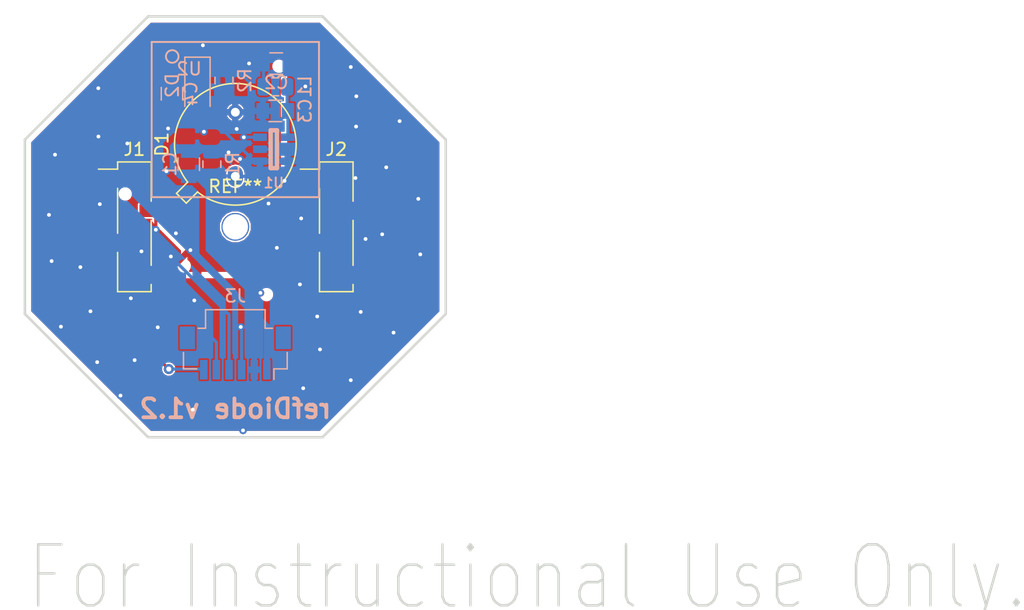
<source format=kicad_pcb>
(kicad_pcb (version 20171130) (host pcbnew "(5.0.0)")

  (general
    (thickness 1.6)
    (drawings 19)
    (tracks 129)
    (zones 0)
    (modules 15)
    (nets 10)
  )

  (page A4)
  (layers
    (0 F.Cu signal)
    (31 B.Cu signal)
    (32 B.Adhes user)
    (33 F.Adhes user)
    (34 B.Paste user)
    (35 F.Paste user)
    (36 B.SilkS user)
    (37 F.SilkS user)
    (38 B.Mask user)
    (39 F.Mask user)
    (40 Dwgs.User user)
    (41 Cmts.User user)
    (42 Eco1.User user)
    (43 Eco2.User user)
    (44 Edge.Cuts user)
    (45 Margin user)
    (46 B.CrtYd user)
    (47 F.CrtYd user)
    (48 B.Fab user)
    (49 F.Fab user)
  )

  (setup
    (last_trace_width 0.25)
    (user_trace_width 0.5)
    (trace_clearance 0.127)
    (zone_clearance 0.127)
    (zone_45_only no)
    (trace_min 0.2)
    (segment_width 0.2)
    (edge_width 0.2)
    (via_size 0.6)
    (via_drill 0.3)
    (via_min_size 0.4)
    (via_min_drill 0.3)
    (uvia_size 0.3)
    (uvia_drill 0.1)
    (uvias_allowed no)
    (uvia_min_size 0.2)
    (uvia_min_drill 0.1)
    (pcb_text_width 0.3)
    (pcb_text_size 1.5 1.5)
    (mod_edge_width 0.15)
    (mod_text_size 1 1)
    (mod_text_width 0.15)
    (pad_size 0.75 3.3)
    (pad_drill 0)
    (pad_to_mask_clearance 0.2)
    (aux_axis_origin 176.175 95.925)
    (grid_origin 176.75 98.575)
    (visible_elements 7FFFFFFF)
    (pcbplotparams
      (layerselection 0x010fc_ffffffff)
      (usegerberextensions false)
      (usegerberattributes false)
      (usegerberadvancedattributes false)
      (creategerberjobfile false)
      (excludeedgelayer true)
      (linewidth 0.100000)
      (plotframeref false)
      (viasonmask false)
      (mode 1)
      (useauxorigin false)
      (hpglpennumber 1)
      (hpglpenspeed 20)
      (hpglpendiameter 15.000000)
      (psnegative false)
      (psa4output false)
      (plotreference true)
      (plotvalue true)
      (plotinvisibletext false)
      (padsonsilk false)
      (subtractmaskfromsilk false)
      (outputformat 1)
      (mirror false)
      (drillshape 0)
      (scaleselection 1)
      (outputdirectory "Gerbers/"))
  )

  (net 0 "")
  (net 1 "Net-(C1-Pad2)")
  (net 2 +5V)
  (net 3 GND)
  (net 4 /R)
  (net 5 /B)
  (net 6 /G)
  (net 7 /A)
  (net 8 /V)
  (net 9 "Net-(C4-Pad1)")

  (net_class Default "This is the default net class."
    (clearance 0.127)
    (trace_width 0.25)
    (via_dia 0.6)
    (via_drill 0.3)
    (uvia_dia 0.3)
    (uvia_drill 0.1)
    (add_net +5V)
    (add_net /A)
    (add_net /B)
    (add_net /G)
    (add_net /R)
    (add_net /V)
    (add_net GND)
    (add_net "Net-(C1-Pad2)")
    (add_net "Net-(C4-Pad1)")
  )

  (module Resistor_SMD:R_0805_2012Metric (layer B.Cu) (tedit 5B36C52B) (tstamp 5BEE4D5F)
    (at 148.141528 90.038852 90)
    (descr "Resistor SMD 0805 (2012 Metric), square (rectangular) end terminal, IPC_7351 nominal, (Body size source: https://docs.google.com/spreadsheets/d/1BsfQQcO9C6DZCsRaXUlFlo91Tg2WpOkGARC1WS5S8t0/edit?usp=sharing), generated with kicad-footprint-generator")
    (tags resistor)
    (path /5BD1DDDA)
    (attr smd)
    (fp_text reference R1 (at 0 1.65 90) (layer B.SilkS)
      (effects (font (size 1 1) (thickness 0.15)) (justify mirror))
    )
    (fp_text value R (at 0 -1.65 90) (layer B.Fab)
      (effects (font (size 1 1) (thickness 0.15)) (justify mirror))
    )
    (fp_line (start -1 -0.6) (end -1 0.6) (layer B.Fab) (width 0.1))
    (fp_line (start -1 0.6) (end 1 0.6) (layer B.Fab) (width 0.1))
    (fp_line (start 1 0.6) (end 1 -0.6) (layer B.Fab) (width 0.1))
    (fp_line (start 1 -0.6) (end -1 -0.6) (layer B.Fab) (width 0.1))
    (fp_line (start -0.258578 0.71) (end 0.258578 0.71) (layer B.SilkS) (width 0.12))
    (fp_line (start -0.258578 -0.71) (end 0.258578 -0.71) (layer B.SilkS) (width 0.12))
    (fp_line (start -1.68 -0.95) (end -1.68 0.95) (layer B.CrtYd) (width 0.05))
    (fp_line (start -1.68 0.95) (end 1.68 0.95) (layer B.CrtYd) (width 0.05))
    (fp_line (start 1.68 0.95) (end 1.68 -0.95) (layer B.CrtYd) (width 0.05))
    (fp_line (start 1.68 -0.95) (end -1.68 -0.95) (layer B.CrtYd) (width 0.05))
    (fp_text user %R (at 0 0 90) (layer B.Fab)
      (effects (font (size 0.5 0.5) (thickness 0.08)) (justify mirror))
    )
    (pad 1 smd roundrect (at -0.9375 0 90) (size 0.975 1.4) (layers B.Cu B.Paste B.Mask) (roundrect_rratio 0.25)
      (net 1 "Net-(C1-Pad2)"))
    (pad 2 smd roundrect (at 0.9375 0 90) (size 0.975 1.4) (layers B.Cu B.Paste B.Mask) (roundrect_rratio 0.25)
      (net 7 /A))
    (model ${KISYS3DMOD}/Resistor_SMD.3dshapes/R_0805_2012Metric.wrl
      (at (xyz 0 0 0))
      (scale (xyz 1 1 1))
      (rotate (xyz 0 0 0))
    )
  )

  (module Capacitors_SMD:C_0805 (layer B.Cu) (tedit 58AA8463) (tstamp 5BEE4CAC)
    (at 146.31 90.035 270)
    (descr "Capacitor SMD 0805, reflow soldering, AVX (see smccp.pdf)")
    (tags "capacitor 0805")
    (path /5BD1DD13)
    (attr smd)
    (fp_text reference C1 (at 0 1.5 270) (layer B.SilkS)
      (effects (font (size 1 1) (thickness 0.15)) (justify mirror))
    )
    (fp_text value C (at 0 -1.75 270) (layer B.Fab)
      (effects (font (size 1 1) (thickness 0.15)) (justify mirror))
    )
    (fp_text user %R (at 0 1.5 270) (layer B.Fab)
      (effects (font (size 1 1) (thickness 0.15)) (justify mirror))
    )
    (fp_line (start -1 -0.62) (end -1 0.62) (layer B.Fab) (width 0.1))
    (fp_line (start 1 -0.62) (end -1 -0.62) (layer B.Fab) (width 0.1))
    (fp_line (start 1 0.62) (end 1 -0.62) (layer B.Fab) (width 0.1))
    (fp_line (start -1 0.62) (end 1 0.62) (layer B.Fab) (width 0.1))
    (fp_line (start 0.5 0.85) (end -0.5 0.85) (layer B.SilkS) (width 0.12))
    (fp_line (start -0.5 -0.85) (end 0.5 -0.85) (layer B.SilkS) (width 0.12))
    (fp_line (start -1.75 0.88) (end 1.75 0.88) (layer B.CrtYd) (width 0.05))
    (fp_line (start -1.75 0.88) (end -1.75 -0.87) (layer B.CrtYd) (width 0.05))
    (fp_line (start 1.75 -0.87) (end 1.75 0.88) (layer B.CrtYd) (width 0.05))
    (fp_line (start 1.75 -0.87) (end -1.75 -0.87) (layer B.CrtYd) (width 0.05))
    (pad 1 smd rect (at -1 0 270) (size 1 1.25) (layers B.Cu B.Paste B.Mask)
      (net 7 /A))
    (pad 2 smd rect (at 1 0 270) (size 1 1.25) (layers B.Cu B.Paste B.Mask)
      (net 1 "Net-(C1-Pad2)"))
    (model Capacitors_SMD.3dshapes/C_0805.wrl
      (at (xyz 0 0 0))
      (scale (xyz 1 1 1))
      (rotate (xyz 0 0 0))
    )
  )

  (module Capacitors_SMD:C_0805 (layer B.Cu) (tedit 58AA8463) (tstamp 5BEE4CBD)
    (at 153.24 82.065)
    (descr "Capacitor SMD 0805, reflow soldering, AVX (see smccp.pdf)")
    (tags "capacitor 0805")
    (path /5BD1EB34)
    (attr smd)
    (fp_text reference C2 (at 0 1.5) (layer B.SilkS)
      (effects (font (size 1 1) (thickness 0.15)) (justify mirror))
    )
    (fp_text value 1.5uF (at 0 -1.75) (layer B.Fab)
      (effects (font (size 1 1) (thickness 0.15)) (justify mirror))
    )
    (fp_line (start 1.75 -0.87) (end -1.75 -0.87) (layer B.CrtYd) (width 0.05))
    (fp_line (start 1.75 -0.87) (end 1.75 0.88) (layer B.CrtYd) (width 0.05))
    (fp_line (start -1.75 0.88) (end -1.75 -0.87) (layer B.CrtYd) (width 0.05))
    (fp_line (start -1.75 0.88) (end 1.75 0.88) (layer B.CrtYd) (width 0.05))
    (fp_line (start -0.5 -0.85) (end 0.5 -0.85) (layer B.SilkS) (width 0.12))
    (fp_line (start 0.5 0.85) (end -0.5 0.85) (layer B.SilkS) (width 0.12))
    (fp_line (start -1 0.62) (end 1 0.62) (layer B.Fab) (width 0.1))
    (fp_line (start 1 0.62) (end 1 -0.62) (layer B.Fab) (width 0.1))
    (fp_line (start 1 -0.62) (end -1 -0.62) (layer B.Fab) (width 0.1))
    (fp_line (start -1 -0.62) (end -1 0.62) (layer B.Fab) (width 0.1))
    (fp_text user %R (at 0 1.5) (layer B.Fab)
      (effects (font (size 1 1) (thickness 0.15)) (justify mirror))
    )
    (pad 2 smd rect (at 1 0) (size 1 1.25) (layers B.Cu B.Paste B.Mask)
      (net 3 GND))
    (pad 1 smd rect (at -1 0) (size 1 1.25) (layers B.Cu B.Paste B.Mask)
      (net 2 +5V))
    (model Capacitors_SMD.3dshapes/C_0805.wrl
      (at (xyz 0 0 0))
      (scale (xyz 1 1 1))
      (rotate (xyz 0 0 0))
    )
  )

  (module Resistor_SMD:R_0805_2012Metric (layer B.Cu) (tedit 5B36C52B) (tstamp 5CAF5733)
    (at 149.1 83.405 90)
    (descr "Resistor SMD 0805 (2012 Metric), square (rectangular) end terminal, IPC_7351 nominal, (Body size source: https://docs.google.com/spreadsheets/d/1BsfQQcO9C6DZCsRaXUlFlo91Tg2WpOkGARC1WS5S8t0/edit?usp=sharing), generated with kicad-footprint-generator")
    (tags resistor)
    (path /5C9606B3)
    (attr smd)
    (fp_text reference R2 (at 0 1.65 90) (layer B.SilkS)
      (effects (font (size 1 1) (thickness 0.15)) (justify mirror))
    )
    (fp_text value R (at 0 -1.65 90) (layer B.Fab)
      (effects (font (size 1 1) (thickness 0.15)) (justify mirror))
    )
    (fp_line (start -1 -0.6) (end -1 0.6) (layer B.Fab) (width 0.1))
    (fp_line (start -1 0.6) (end 1 0.6) (layer B.Fab) (width 0.1))
    (fp_line (start 1 0.6) (end 1 -0.6) (layer B.Fab) (width 0.1))
    (fp_line (start 1 -0.6) (end -1 -0.6) (layer B.Fab) (width 0.1))
    (fp_line (start -0.258578 0.71) (end 0.258578 0.71) (layer B.SilkS) (width 0.12))
    (fp_line (start -0.258578 -0.71) (end 0.258578 -0.71) (layer B.SilkS) (width 0.12))
    (fp_line (start -1.68 -0.95) (end -1.68 0.95) (layer B.CrtYd) (width 0.05))
    (fp_line (start -1.68 0.95) (end 1.68 0.95) (layer B.CrtYd) (width 0.05))
    (fp_line (start 1.68 0.95) (end 1.68 -0.95) (layer B.CrtYd) (width 0.05))
    (fp_line (start 1.68 -0.95) (end -1.68 -0.95) (layer B.CrtYd) (width 0.05))
    (fp_text user %R (at 0 0 90) (layer B.Fab)
      (effects (font (size 0.5 0.5) (thickness 0.08)) (justify mirror))
    )
    (pad 1 smd roundrect (at -0.9375 0 90) (size 0.975 1.4) (layers B.Cu B.Paste B.Mask) (roundrect_rratio 0.25)
      (net 9 "Net-(C4-Pad1)"))
    (pad 2 smd roundrect (at 0.9375 0 90) (size 0.975 1.4) (layers B.Cu B.Paste B.Mask) (roundrect_rratio 0.25)
      (net 8 /V))
    (model ${KISYS3DMOD}/Resistor_SMD.3dshapes/R_0805_2012Metric.wrl
      (at (xyz 0 0 0))
      (scale (xyz 1 1 1))
      (rotate (xyz 0 0 0))
    )
  )

  (module Capacitors_SMD:C_0805 (layer B.Cu) (tedit 58AA8463) (tstamp 5C21DF92)
    (at 153.17 85.815 180)
    (descr "Capacitor SMD 0805, reflow soldering, AVX (see smccp.pdf)")
    (tags "capacitor 0805")
    (path /5BF0151F)
    (attr smd)
    (fp_text reference C3 (at -2.36 0.01 270) (layer B.SilkS)
      (effects (font (size 1 1) (thickness 0.15)) (justify mirror))
    )
    (fp_text value 0.1uF (at 0 -1.75 180) (layer B.Fab)
      (effects (font (size 1 1) (thickness 0.15)) (justify mirror))
    )
    (fp_text user %R (at 0 1.5 180) (layer B.Fab)
      (effects (font (size 1 1) (thickness 0.15)) (justify mirror))
    )
    (fp_line (start -1 -0.62) (end -1 0.62) (layer B.Fab) (width 0.1))
    (fp_line (start 1 -0.62) (end -1 -0.62) (layer B.Fab) (width 0.1))
    (fp_line (start 1 0.62) (end 1 -0.62) (layer B.Fab) (width 0.1))
    (fp_line (start -1 0.62) (end 1 0.62) (layer B.Fab) (width 0.1))
    (fp_line (start 0.5 0.85) (end -0.5 0.85) (layer B.SilkS) (width 0.12))
    (fp_line (start -0.5 -0.85) (end 0.5 -0.85) (layer B.SilkS) (width 0.12))
    (fp_line (start -1.75 0.88) (end 1.75 0.88) (layer B.CrtYd) (width 0.05))
    (fp_line (start -1.75 0.88) (end -1.75 -0.87) (layer B.CrtYd) (width 0.05))
    (fp_line (start 1.75 -0.87) (end 1.75 0.88) (layer B.CrtYd) (width 0.05))
    (fp_line (start 1.75 -0.87) (end -1.75 -0.87) (layer B.CrtYd) (width 0.05))
    (pad 1 smd rect (at -1 0 180) (size 1 1.25) (layers B.Cu B.Paste B.Mask)
      (net 8 /V))
    (pad 2 smd rect (at 1 0 180) (size 1 1.25) (layers B.Cu B.Paste B.Mask)
      (net 3 GND))
    (model Capacitors_SMD.3dshapes/C_0805.wrl
      (at (xyz 0 0 0))
      (scale (xyz 1 1 1))
      (rotate (xyz 0 0 0))
    )
  )

  (module Inductor_SMD:L_0805_2012Metric (layer B.Cu) (tedit 5C960308) (tstamp 5C21DFA3)
    (at 153.17 83.905)
    (descr "Inductor SMD 0805 (2012 Metric), square (rectangular) end terminal, IPC_7351 nominal, (Body size source: https://docs.google.com/spreadsheets/d/1BsfQQcO9C6DZCsRaXUlFlo91Tg2WpOkGARC1WS5S8t0/edit?usp=sharing), generated with kicad-footprint-generator")
    (tags inductor)
    (path /5BF01159)
    (attr smd)
    (fp_text reference L1 (at 2.34 -0.01 90) (layer B.SilkS)
      (effects (font (size 1 1) (thickness 0.15)) (justify mirror))
    )
    (fp_text value Ferrite_Bead (at 0 -1.65) (layer B.Fab)
      (effects (font (size 1 1) (thickness 0.15)) (justify mirror))
    )
    (fp_line (start -1 -0.6) (end -1 0.6) (layer B.Fab) (width 0.1))
    (fp_line (start -1 0.6) (end 1 0.6) (layer B.Fab) (width 0.1))
    (fp_line (start 1 0.6) (end 1 -0.6) (layer B.Fab) (width 0.1))
    (fp_line (start 1 -0.6) (end -1 -0.6) (layer B.Fab) (width 0.1))
    (fp_line (start -0.258578 0.71) (end 0.258578 0.71) (layer B.SilkS) (width 0.12))
    (fp_line (start -0.258578 -0.71) (end 0.258578 -0.71) (layer B.SilkS) (width 0.12))
    (fp_line (start -1.68 -0.95) (end -1.68 0.95) (layer B.CrtYd) (width 0.05))
    (fp_line (start -1.68 0.95) (end 1.68 0.95) (layer B.CrtYd) (width 0.05))
    (fp_line (start 1.68 0.95) (end 1.68 -0.95) (layer B.CrtYd) (width 0.05))
    (fp_line (start 1.68 -0.95) (end -1.68 -0.95) (layer B.CrtYd) (width 0.05))
    (fp_text user %R (at 0 0) (layer B.Fab)
      (effects (font (size 0.5 0.5) (thickness 0.08)) (justify mirror))
    )
    (pad 1 smd roundrect (at -0.9375 0) (size 0.975 1.4) (layers B.Cu B.Paste B.Mask) (roundrect_rratio 0.25)
      (net 2 +5V))
    (pad 2 smd roundrect (at 0.9375 0) (size 0.975 1.4) (layers B.Cu B.Paste B.Mask) (roundrect_rratio 0.25)
      (net 8 /V))
    (model ${KISYS3DMOD}/Inductor_SMD.3dshapes/L_0805_2012Metric.wrl
      (at (xyz 0 0 0))
      (scale (xyz 1 1 1))
      (rotate (xyz 0 0 0))
    )
  )

  (module Connector_PinHeader_2.54mm:PinHeader_1x04_P2.54mm_Vertical_SMD_Pin1Left (layer F.Cu) (tedit 59FED5CC) (tstamp 5C07D3EE)
    (at 142 95)
    (descr "surface-mounted straight pin header, 1x04, 2.54mm pitch, single row, style 1 (pin 1 left)")
    (tags "Surface mounted pin header SMD 1x04 2.54mm single row style1 pin1 left")
    (path /5BD1E62F)
    (attr smd)
    (fp_text reference J1 (at 0 -6.14) (layer F.SilkS)
      (effects (font (size 1 1) (thickness 0.15)))
    )
    (fp_text value Conn_01x04 (at 0 6.14) (layer F.Fab)
      (effects (font (size 1 1) (thickness 0.15)))
    )
    (fp_line (start 1.27 5.08) (end -1.27 5.08) (layer F.Fab) (width 0.1))
    (fp_line (start -0.32 -5.08) (end 1.27 -5.08) (layer F.Fab) (width 0.1))
    (fp_line (start -1.27 5.08) (end -1.27 -4.13) (layer F.Fab) (width 0.1))
    (fp_line (start -1.27 -4.13) (end -0.32 -5.08) (layer F.Fab) (width 0.1))
    (fp_line (start 1.27 -5.08) (end 1.27 5.08) (layer F.Fab) (width 0.1))
    (fp_line (start -1.27 -4.13) (end -2.54 -4.13) (layer F.Fab) (width 0.1))
    (fp_line (start -2.54 -4.13) (end -2.54 -3.49) (layer F.Fab) (width 0.1))
    (fp_line (start -2.54 -3.49) (end -1.27 -3.49) (layer F.Fab) (width 0.1))
    (fp_line (start -1.27 0.95) (end -2.54 0.95) (layer F.Fab) (width 0.1))
    (fp_line (start -2.54 0.95) (end -2.54 1.59) (layer F.Fab) (width 0.1))
    (fp_line (start -2.54 1.59) (end -1.27 1.59) (layer F.Fab) (width 0.1))
    (fp_line (start 1.27 -1.59) (end 2.54 -1.59) (layer F.Fab) (width 0.1))
    (fp_line (start 2.54 -1.59) (end 2.54 -0.95) (layer F.Fab) (width 0.1))
    (fp_line (start 2.54 -0.95) (end 1.27 -0.95) (layer F.Fab) (width 0.1))
    (fp_line (start 1.27 3.49) (end 2.54 3.49) (layer F.Fab) (width 0.1))
    (fp_line (start 2.54 3.49) (end 2.54 4.13) (layer F.Fab) (width 0.1))
    (fp_line (start 2.54 4.13) (end 1.27 4.13) (layer F.Fab) (width 0.1))
    (fp_line (start -1.33 -5.14) (end 1.33 -5.14) (layer F.SilkS) (width 0.12))
    (fp_line (start -1.33 5.14) (end 1.33 5.14) (layer F.SilkS) (width 0.12))
    (fp_line (start 1.33 -5.14) (end 1.33 -2.03) (layer F.SilkS) (width 0.12))
    (fp_line (start -1.33 -4.57) (end -2.85 -4.57) (layer F.SilkS) (width 0.12))
    (fp_line (start -1.33 -5.14) (end -1.33 -4.57) (layer F.SilkS) (width 0.12))
    (fp_line (start 1.33 4.57) (end 1.33 5.14) (layer F.SilkS) (width 0.12))
    (fp_line (start 1.33 -0.51) (end 1.33 3.05) (layer F.SilkS) (width 0.12))
    (fp_line (start -1.33 -3.05) (end -1.33 0.51) (layer F.SilkS) (width 0.12))
    (fp_line (start -1.33 2.03) (end -1.33 5.14) (layer F.SilkS) (width 0.12))
    (fp_line (start -3.45 -5.6) (end -3.45 5.6) (layer F.CrtYd) (width 0.05))
    (fp_line (start -3.45 5.6) (end 3.45 5.6) (layer F.CrtYd) (width 0.05))
    (fp_line (start 3.45 5.6) (end 3.45 -5.6) (layer F.CrtYd) (width 0.05))
    (fp_line (start 3.45 -5.6) (end -3.45 -5.6) (layer F.CrtYd) (width 0.05))
    (fp_text user %R (at 0 0 90) (layer F.Fab)
      (effects (font (size 1 1) (thickness 0.15)))
    )
    (pad 1 smd rect (at -1.655 -3.81) (size 2.51 1) (layers F.Cu F.Paste F.Mask)
      (net 4 /R))
    (pad 3 smd rect (at -1.655 1.27) (size 2.51 1) (layers F.Cu F.Paste F.Mask)
      (net 5 /B))
    (pad 2 smd rect (at 1.655 -1.27) (size 2.51 1) (layers F.Cu F.Paste F.Mask)
      (net 6 /G))
    (pad 4 smd rect (at 1.655 3.81) (size 2.51 1) (layers F.Cu F.Paste F.Mask)
      (net 2 +5V))
    (model ${KISYS3DMOD}/Connector_PinHeader_2.54mm.3dshapes/PinHeader_1x04_P2.54mm_Vertical_SMD_Pin1Left.wrl
      (at (xyz 0 0 0))
      (scale (xyz 1 1 1))
      (rotate (xyz 0 0 0))
    )
  )

  (module EMIshield:Wurth-3610213126S-EMIshield-13.26x12.3mm (layer B.Cu) (tedit 5BF0103A) (tstamp 5C07D8CC)
    (at 150 86.5 270)
    (path /5BD574D7)
    (fp_text reference U2 (at -4.015 3.66) (layer B.SilkS)
      (effects (font (size 1 1) (thickness 0.15)) (justify mirror))
    )
    (fp_text value EMIshield (at 0 5.3 270) (layer B.Fab)
      (effects (font (size 1 1) (thickness 0.15)) (justify mirror))
    )
    (fp_line (start -6.15 6.63) (end 6.15 6.63) (layer B.SilkS) (width 0.15))
    (fp_line (start -6.15 -6.63) (end 6.15 -6.63) (layer B.SilkS) (width 0.15))
    (fp_line (start 6.15 6.63) (end 6.15 -6.63) (layer B.SilkS) (width 0.15))
    (fp_line (start -6.15 6.63) (end -6.15 -6.63) (layer B.SilkS) (width 0.15))
    (fp_circle (center -5 5) (end -4.5 5) (layer B.SilkS) (width 0.15))
    (pad 1 smd rect (at -6.15 0 270) (size 0.75 3.3) (layers B.Cu B.Paste B.Mask)
      (net 3 GND) (zone_connect 2))
    (pad 1 smd rect (at 6.15 0 270) (size 0.75 3.3) (layers B.Cu B.Paste B.Mask)
      (net 3 GND) (zone_connect 2))
    (pad 1 smd rect (at 0 6.63 180) (size 0.75 3.3) (layers B.Cu B.Paste B.Mask)
      (net 3 GND) (zone_connect 2))
    (pad 1 smd rect (at 0 -6.63 180) (size 0.75 3.3) (layers B.Cu B.Paste B.Mask)
      (net 3 GND) (zone_connect 2))
    (pad 1 smd custom (at -6.15 -5.355 270) (size 0.75 3.3) (layers B.Cu B.Paste B.Mask)
      (net 3 GND) (zone_connect 2)
      (options (clearance outline) (anchor rect))
      (primitives
        (gr_poly (pts
           (xy -0.375 -0.9) (xy 2.925 -0.9) (xy 2.925 -1.65) (xy -0.375 -1.65)) (width 0))
      ))
    (pad 1 smd custom (at 6.15 5.355 90) (size 0.75 3.3) (layers B.Cu B.Paste B.Mask)
      (net 3 GND) (zone_connect 2)
      (options (clearance outline) (anchor rect))
      (primitives
        (gr_poly (pts
           (xy -0.375 -0.9) (xy 2.925 -0.9) (xy 2.925 -1.65) (xy -0.375 -1.65)) (width 0))
      ))
    (pad 1 smd custom (at -4.875 6.63) (size 0.75 3.3) (layers B.Cu B.Paste B.Mask)
      (net 3 GND) (zone_connect 2)
      (options (clearance outline) (anchor rect))
      (primitives
        (gr_poly (pts
           (xy -0.375 -0.9) (xy 2.925 -0.9) (xy 2.925 -1.65) (xy -0.375 -1.65)) (width 0))
      ))
    (pad 1 smd custom (at 4.875 -6.63 180) (size 0.75 3.3) (layers B.Cu B.Paste B.Mask)
      (net 3 GND) (zone_connect 2)
      (options (clearance outline) (anchor rect))
      (primitives
        (gr_poly (pts
           (xy -0.375 -0.9) (xy 2.925 -0.9) (xy 2.925 -1.65) (xy -0.375 -1.65)) (width 0))
      ))
  )

  (module smd-semi:SOT-23-5 (layer B.Cu) (tedit 54CBE69C) (tstamp 5BEE4D75)
    (at 153.05 88.85)
    (path /5BD1DC05)
    (attr smd)
    (fp_text reference U1 (at 0 2.675) (layer B.SilkS)
      (effects (font (size 0.8 0.8) (thickness 0.15)) (justify mirror))
    )
    (fp_text value OPAMP (at 0 0) (layer B.Fab)
      (effects (font (size 0.8 0.8) (thickness 0.15)) (justify mirror))
    )
    (fp_line (start -1.25 1.5) (end -1.25 0.5) (layer B.Fab) (width 0.15))
    (fp_line (start -0.9 1.55) (end 0.9 1.55) (layer B.Fab) (width 0.15))
    (fp_line (start 0.9 1.55) (end 0.9 -1.55) (layer B.Fab) (width 0.15))
    (fp_line (start 0.9 -1.55) (end -0.9 -1.55) (layer B.Fab) (width 0.15))
    (fp_line (start -0.9 -1.55) (end -0.9 1.55) (layer B.Fab) (width 0.15))
    (fp_line (start -0.25 1.5) (end 0.25 1.5) (layer B.SilkS) (width 0.35))
    (fp_line (start 0.25 1.5) (end 0.25 -1.5) (layer B.SilkS) (width 0.35))
    (fp_line (start 0.25 -1.5) (end -0.25 -1.5) (layer B.SilkS) (width 0.35))
    (fp_line (start -0.25 -1.5) (end -0.25 1.5) (layer B.SilkS) (width 0.35))
    (fp_line (start -2 2) (end 2 2) (layer Dwgs.User) (width 0.15))
    (fp_line (start 2 2) (end 2 -2) (layer Dwgs.User) (width 0.15))
    (fp_line (start 2 -2) (end -2 -2) (layer Dwgs.User) (width 0.15))
    (fp_line (start -2 -2) (end -2 2) (layer Dwgs.User) (width 0.15))
    (pad 1 smd rect (at -1.1 0.95) (size 1.1 0.6) (layers B.Cu B.Paste B.Mask)
      (net 9 "Net-(C4-Pad1)"))
    (pad 3 smd rect (at -1.1 -0.95) (size 1.1 0.6) (layers B.Cu B.Paste B.Mask)
      (net 7 /A))
    (pad 2 smd rect (at -1.1 0) (size 1.1 0.6) (layers B.Cu B.Paste B.Mask)
      (net 1 "Net-(C1-Pad2)"))
    (pad 4 smd rect (at 1.1 -0.95) (size 1.1 0.6) (layers B.Cu B.Paste B.Mask)
      (net 8 /V))
    (pad 5 smd rect (at 1.1 0.95) (size 1.1 0.6) (layers B.Cu B.Paste B.Mask)
      (net 3 GND))
    (model smd_trans/sot23-5.wrl
      (at (xyz 0 0 0))
      (scale (xyz 1 1 1))
      (rotate (xyz 0 0 90))
    )
  )

  (module Package_TO_SOT_THT:TO-5-2_Window (layer F.Cu) (tedit 5A02FF81) (tstamp 5C205CBF)
    (at 150 91 90)
    (descr "TO-5-2_Window, Window")
    (tags "TO-5-2_Window Window")
    (path /5BD1DA72)
    (fp_text reference D1 (at 2.54 -5.82 90) (layer F.SilkS)
      (effects (font (size 1 1) (thickness 0.15)))
    )
    (fp_text value BPW21 (at 2.54 5.82 90) (layer F.Fab)
      (effects (font (size 1 1) (thickness 0.15)))
    )
    (fp_text user %R (at 2.54 -5.82 90) (layer F.Fab)
      (effects (font (size 1 1) (thickness 0.15)))
    )
    (fp_line (start -0.465408 -3.61352) (end -1.27151 -4.419621) (layer F.Fab) (width 0.1))
    (fp_line (start -1.27151 -4.419621) (end -1.879621 -3.81151) (layer F.Fab) (width 0.1))
    (fp_line (start -1.879621 -3.81151) (end -1.07352 -3.005408) (layer F.Fab) (width 0.1))
    (fp_line (start 3.864 -2.637) (end 5.177 -1.324) (layer F.Fab) (width 0.1))
    (fp_line (start 3.025 -2.911) (end 5.451 -0.485) (layer F.Fab) (width 0.1))
    (fp_line (start 2.42 -2.948) (end 5.488 0.12) (layer F.Fab) (width 0.1))
    (fp_line (start 1.918 -2.884) (end 5.424 0.622) (layer F.Fab) (width 0.1))
    (fp_line (start 1.482 -2.755) (end 5.295 1.058) (layer F.Fab) (width 0.1))
    (fp_line (start 1.097 -2.574) (end 5.114 1.443) (layer F.Fab) (width 0.1))
    (fp_line (start 0.756 -2.35) (end 4.89 1.784) (layer F.Fab) (width 0.1))
    (fp_line (start 0.454 -2.086) (end 4.626 2.086) (layer F.Fab) (width 0.1))
    (fp_line (start 0.19 -1.784) (end 4.324 2.35) (layer F.Fab) (width 0.1))
    (fp_line (start -0.034 -1.443) (end 3.983 2.574) (layer F.Fab) (width 0.1))
    (fp_line (start -0.215 -1.058) (end 3.598 2.755) (layer F.Fab) (width 0.1))
    (fp_line (start -0.344 -0.622) (end 3.162 2.884) (layer F.Fab) (width 0.1))
    (fp_line (start -0.408 -0.12) (end 2.66 2.948) (layer F.Fab) (width 0.1))
    (fp_line (start -0.371 0.485) (end 2.055 2.911) (layer F.Fab) (width 0.1))
    (fp_line (start -0.097 1.324) (end 1.216 2.637) (layer F.Fab) (width 0.1))
    (fp_line (start -0.457084 -3.774902) (end -1.348039 -4.665856) (layer F.SilkS) (width 0.12))
    (fp_line (start -1.348039 -4.665856) (end -2.125856 -3.888039) (layer F.SilkS) (width 0.12))
    (fp_line (start -2.125856 -3.888039) (end -1.234902 -2.997084) (layer F.SilkS) (width 0.12))
    (fp_line (start -2.41 -4.95) (end -2.41 4.95) (layer F.CrtYd) (width 0.05))
    (fp_line (start -2.41 4.95) (end 7.49 4.95) (layer F.CrtYd) (width 0.05))
    (fp_line (start 7.49 4.95) (end 7.49 -4.95) (layer F.CrtYd) (width 0.05))
    (fp_line (start 7.49 -4.95) (end -2.41 -4.95) (layer F.CrtYd) (width 0.05))
    (fp_circle (center 2.54 0) (end 6.79 0) (layer F.Fab) (width 0.1))
    (fp_circle (center 2.54 0) (end 5.49 0) (layer F.Fab) (width 0.1))
    (fp_arc (start 2.54 0) (end -0.465408 -3.61352) (angle 349.5) (layer F.Fab) (width 0.1))
    (fp_arc (start 2.54 0) (end -0.457084 -3.774902) (angle 346.9) (layer F.SilkS) (width 0.12))
    (pad 1 thru_hole oval (at 0 0 90) (size 1.6 1.2) (drill 0.7) (layers *.Cu *.Mask)
      (net 1 "Net-(C1-Pad2)"))
    (pad 2 thru_hole oval (at 5.08 0 90) (size 1.2 1.2) (drill 0.7) (layers *.Cu *.Mask)
      (net 3 GND))
    (model ${KISYS3DMOD}/Package_TO_SOT_THT.3dshapes/TO-5-2_Window.wrl
      (at (xyz 0 0 0))
      (scale (xyz 1 1 1))
      (rotate (xyz 0 0 0))
    )
  )

  (module Connector_PinHeader_2.54mm:PinHeader_1x04_P2.54mm_Vertical_SMD_Pin1Left (layer F.Cu) (tedit 59FED5CC) (tstamp 5C07D637)
    (at 158 95)
    (descr "surface-mounted straight pin header, 1x04, 2.54mm pitch, single row, style 1 (pin 1 left)")
    (tags "Surface mounted pin header SMD 1x04 2.54mm single row style1 pin1 left")
    (path /5BD1E6D6)
    (attr smd)
    (fp_text reference J2 (at 0 -6.14) (layer F.SilkS)
      (effects (font (size 1 1) (thickness 0.15)))
    )
    (fp_text value Conn_01x04 (at 0 6.14) (layer F.Fab)
      (effects (font (size 1 1) (thickness 0.15)))
    )
    (fp_text user %R (at 0 0 90) (layer F.Fab)
      (effects (font (size 1 1) (thickness 0.15)))
    )
    (fp_line (start 3.45 -5.6) (end -3.45 -5.6) (layer F.CrtYd) (width 0.05))
    (fp_line (start 3.45 5.6) (end 3.45 -5.6) (layer F.CrtYd) (width 0.05))
    (fp_line (start -3.45 5.6) (end 3.45 5.6) (layer F.CrtYd) (width 0.05))
    (fp_line (start -3.45 -5.6) (end -3.45 5.6) (layer F.CrtYd) (width 0.05))
    (fp_line (start -1.33 2.03) (end -1.33 5.14) (layer F.SilkS) (width 0.12))
    (fp_line (start -1.33 -3.05) (end -1.33 0.51) (layer F.SilkS) (width 0.12))
    (fp_line (start 1.33 -0.51) (end 1.33 3.05) (layer F.SilkS) (width 0.12))
    (fp_line (start 1.33 4.57) (end 1.33 5.14) (layer F.SilkS) (width 0.12))
    (fp_line (start -1.33 -5.14) (end -1.33 -4.57) (layer F.SilkS) (width 0.12))
    (fp_line (start -1.33 -4.57) (end -2.85 -4.57) (layer F.SilkS) (width 0.12))
    (fp_line (start 1.33 -5.14) (end 1.33 -2.03) (layer F.SilkS) (width 0.12))
    (fp_line (start -1.33 5.14) (end 1.33 5.14) (layer F.SilkS) (width 0.12))
    (fp_line (start -1.33 -5.14) (end 1.33 -5.14) (layer F.SilkS) (width 0.12))
    (fp_line (start 2.54 4.13) (end 1.27 4.13) (layer F.Fab) (width 0.1))
    (fp_line (start 2.54 3.49) (end 2.54 4.13) (layer F.Fab) (width 0.1))
    (fp_line (start 1.27 3.49) (end 2.54 3.49) (layer F.Fab) (width 0.1))
    (fp_line (start 2.54 -0.95) (end 1.27 -0.95) (layer F.Fab) (width 0.1))
    (fp_line (start 2.54 -1.59) (end 2.54 -0.95) (layer F.Fab) (width 0.1))
    (fp_line (start 1.27 -1.59) (end 2.54 -1.59) (layer F.Fab) (width 0.1))
    (fp_line (start -2.54 1.59) (end -1.27 1.59) (layer F.Fab) (width 0.1))
    (fp_line (start -2.54 0.95) (end -2.54 1.59) (layer F.Fab) (width 0.1))
    (fp_line (start -1.27 0.95) (end -2.54 0.95) (layer F.Fab) (width 0.1))
    (fp_line (start -2.54 -3.49) (end -1.27 -3.49) (layer F.Fab) (width 0.1))
    (fp_line (start -2.54 -4.13) (end -2.54 -3.49) (layer F.Fab) (width 0.1))
    (fp_line (start -1.27 -4.13) (end -2.54 -4.13) (layer F.Fab) (width 0.1))
    (fp_line (start 1.27 -5.08) (end 1.27 5.08) (layer F.Fab) (width 0.1))
    (fp_line (start -1.27 -4.13) (end -0.32 -5.08) (layer F.Fab) (width 0.1))
    (fp_line (start -1.27 5.08) (end -1.27 -4.13) (layer F.Fab) (width 0.1))
    (fp_line (start -0.32 -5.08) (end 1.27 -5.08) (layer F.Fab) (width 0.1))
    (fp_line (start 1.27 5.08) (end -1.27 5.08) (layer F.Fab) (width 0.1))
    (pad 4 smd rect (at 1.655 3.81) (size 2.51 1) (layers F.Cu F.Paste F.Mask))
    (pad 2 smd rect (at 1.655 -1.27) (size 2.51 1) (layers F.Cu F.Paste F.Mask))
    (pad 3 smd rect (at -1.655 1.27) (size 2.51 1) (layers F.Cu F.Paste F.Mask))
    (pad 1 smd rect (at -1.655 -3.81) (size 2.51 1) (layers F.Cu F.Paste F.Mask))
    (model ${KISYS3DMOD}/Connector_PinHeader_2.54mm.3dshapes/PinHeader_1x04_P2.54mm_Vertical_SMD_Pin1Left.wrl
      (at (xyz 0 0 0))
      (scale (xyz 1 1 1))
      (rotate (xyz 0 0 0))
    )
  )

  (module MountingHole:MountingHole_2.2mm_M2 (layer F.Cu) (tedit 5BF0116E) (tstamp 5C205B39)
    (at 150 95)
    (descr "Mounting Hole 2.2mm, no annular, M2")
    (tags "mounting hole 2.2mm no annular m2")
    (attr virtual)
    (fp_text reference REF** (at 0 -3.2) (layer F.SilkS)
      (effects (font (size 1 1) (thickness 0.15)))
    )
    (fp_text value MountingHole_2.2mm_M2 (at 0 3.2) (layer F.Fab)
      (effects (font (size 1 1) (thickness 0.15)))
    )
    (fp_circle (center 0 0) (end 2.45 0) (layer F.CrtYd) (width 0.05))
    (fp_circle (center 0 0) (end 2.2 0) (layer Cmts.User) (width 0.15))
    (fp_text user %R (at 0.3 0) (layer F.Fab)
      (effects (font (size 1 1) (thickness 0.15)))
    )
    (pad "" np_thru_hole circle (at 0 0) (size 2.2 2.2) (drill 2) (layers *.Cu *.Mask))
  )

  (module Connector_Molex:Molex_Pico-Clasp_501331-0607_1x06-1MP_P1.00mm_Vertical (layer B.Cu) (tedit 5AA46ED0) (tstamp 5C38D796)
    (at 150 105 180)
    (descr "Molex Pico-Clasp series connector, 501331-0607 (http://www.molex.com/pdm_docs/sd/5013310207_sd.pdf), generated with kicad-footprint-generator")
    (tags "connector Molex Pico-Clasp side entry")
    (path /5BD1E7FF)
    (attr smd)
    (fp_text reference J3 (at 0 4.52 180) (layer B.SilkS)
      (effects (font (size 1 1) (thickness 0.15)) (justify mirror))
    )
    (fp_text value Conn_01x06 (at 0 -3.3 180) (layer B.Fab)
      (effects (font (size 1 1) (thickness 0.15)) (justify mirror))
    )
    (fp_line (start -4 -1.15) (end 4 -1.15) (layer B.Fab) (width 0.1))
    (fp_line (start -4.11 0.04) (end -4.11 -1.26) (layer B.SilkS) (width 0.12))
    (fp_line (start -4.11 -1.26) (end -3.06 -1.26) (layer B.SilkS) (width 0.12))
    (fp_line (start -3.06 -1.26) (end -3.06 -2.1) (layer B.SilkS) (width 0.12))
    (fp_line (start 4.11 0.04) (end 4.11 -1.26) (layer B.SilkS) (width 0.12))
    (fp_line (start 4.11 -1.26) (end 3.06 -1.26) (layer B.SilkS) (width 0.12))
    (fp_line (start -2.94 1.96) (end -2.36 1.96) (layer B.SilkS) (width 0.12))
    (fp_line (start -2.36 1.96) (end -2.36 3.43) (layer B.SilkS) (width 0.12))
    (fp_line (start -2.36 3.43) (end 2.36 3.43) (layer B.SilkS) (width 0.12))
    (fp_line (start 2.36 3.43) (end 2.36 1.96) (layer B.SilkS) (width 0.12))
    (fp_line (start 2.36 1.96) (end 2.94 1.96) (layer B.SilkS) (width 0.12))
    (fp_line (start -4 1.85) (end -2.25 1.85) (layer B.Fab) (width 0.1))
    (fp_line (start -2.25 1.85) (end -2.25 3.32) (layer B.Fab) (width 0.1))
    (fp_line (start -2.25 3.32) (end 2.25 3.32) (layer B.Fab) (width 0.1))
    (fp_line (start 2.25 3.32) (end 2.25 1.85) (layer B.Fab) (width 0.1))
    (fp_line (start 2.25 1.85) (end 4 1.85) (layer B.Fab) (width 0.1))
    (fp_line (start -4 -1.15) (end -4 1.85) (layer B.Fab) (width 0.1))
    (fp_line (start 4 -1.15) (end 4 1.85) (layer B.Fab) (width 0.1))
    (fp_line (start -2.625 0.25) (end -2.625 -0.25) (layer B.Fab) (width 0.1))
    (fp_line (start -2.625 -0.25) (end -2.375 -0.25) (layer B.Fab) (width 0.1))
    (fp_line (start -2.375 -0.25) (end -2.375 0.25) (layer B.Fab) (width 0.1))
    (fp_line (start -2.375 0.25) (end -2.625 0.25) (layer B.Fab) (width 0.1))
    (fp_line (start -1.625 0.25) (end -1.625 -0.25) (layer B.Fab) (width 0.1))
    (fp_line (start -1.625 -0.25) (end -1.375 -0.25) (layer B.Fab) (width 0.1))
    (fp_line (start -1.375 -0.25) (end -1.375 0.25) (layer B.Fab) (width 0.1))
    (fp_line (start -1.375 0.25) (end -1.625 0.25) (layer B.Fab) (width 0.1))
    (fp_line (start -0.625 0.25) (end -0.625 -0.25) (layer B.Fab) (width 0.1))
    (fp_line (start -0.625 -0.25) (end -0.375 -0.25) (layer B.Fab) (width 0.1))
    (fp_line (start -0.375 -0.25) (end -0.375 0.25) (layer B.Fab) (width 0.1))
    (fp_line (start -0.375 0.25) (end -0.625 0.25) (layer B.Fab) (width 0.1))
    (fp_line (start 0.375 0.25) (end 0.375 -0.25) (layer B.Fab) (width 0.1))
    (fp_line (start 0.375 -0.25) (end 0.625 -0.25) (layer B.Fab) (width 0.1))
    (fp_line (start 0.625 -0.25) (end 0.625 0.25) (layer B.Fab) (width 0.1))
    (fp_line (start 0.625 0.25) (end 0.375 0.25) (layer B.Fab) (width 0.1))
    (fp_line (start 1.375 0.25) (end 1.375 -0.25) (layer B.Fab) (width 0.1))
    (fp_line (start 1.375 -0.25) (end 1.625 -0.25) (layer B.Fab) (width 0.1))
    (fp_line (start 1.625 -0.25) (end 1.625 0.25) (layer B.Fab) (width 0.1))
    (fp_line (start 1.625 0.25) (end 1.375 0.25) (layer B.Fab) (width 0.1))
    (fp_line (start 2.375 0.25) (end 2.375 -0.25) (layer B.Fab) (width 0.1))
    (fp_line (start 2.375 -0.25) (end 2.625 -0.25) (layer B.Fab) (width 0.1))
    (fp_line (start 2.625 -0.25) (end 2.625 0.25) (layer B.Fab) (width 0.1))
    (fp_line (start 2.625 0.25) (end 2.375 0.25) (layer B.Fab) (width 0.1))
    (fp_line (start -4.9 3.82) (end -4.9 -2.6) (layer B.CrtYd) (width 0.05))
    (fp_line (start -4.9 -2.6) (end 4.9 -2.6) (layer B.CrtYd) (width 0.05))
    (fp_line (start 4.9 -2.6) (end 4.9 3.82) (layer B.CrtYd) (width 0.05))
    (fp_line (start 4.9 3.82) (end -4.9 3.82) (layer B.CrtYd) (width 0.05))
    (fp_line (start -3 -1.15) (end -2.5 -0.442893) (layer B.Fab) (width 0.1))
    (fp_line (start -2.5 -0.442893) (end -2 -1.15) (layer B.Fab) (width 0.1))
    (fp_text user %R (at 0 1.15 180) (layer B.Fab)
      (effects (font (size 1 1) (thickness 0.15)) (justify mirror))
    )
    (pad 1 smd rect (at -2.5 -1.325 180) (size 0.6 1.55) (layers B.Cu B.Paste B.Mask)
      (net 2 +5V))
    (pad 2 smd rect (at -1.5 -1.325 180) (size 0.6 1.55) (layers B.Cu B.Paste B.Mask)
      (net 3 GND))
    (pad 3 smd rect (at -0.5 -1.325 180) (size 0.6 1.55) (layers B.Cu B.Paste B.Mask)
      (net 7 /A))
    (pad 4 smd rect (at 0.5 -1.325 180) (size 0.6 1.55) (layers B.Cu B.Paste B.Mask)
      (net 4 /R))
    (pad 5 smd rect (at 1.5 -1.325 180) (size 0.6 1.55) (layers B.Cu B.Paste B.Mask)
      (net 6 /G))
    (pad 6 smd rect (at 2.5 -1.325 180) (size 0.6 1.55) (layers B.Cu B.Paste B.Mask)
      (net 5 /B))
    (pad MP smd rect (at -3.8 1.2 180) (size 1.2 1.8) (layers B.Cu B.Paste B.Mask))
    (pad MP smd rect (at 3.8 1.2 180) (size 1.2 1.8) (layers B.Cu B.Paste B.Mask))
    (model ${KISYS3DMOD}/Connector_Molex.3dshapes/Molex_Pico-Clasp_501331-0607_1x06-1MP_P1.00mm_Vertical.wrl
      (at (xyz 0 0 0))
      (scale (xyz 1 1 1))
      (rotate (xyz 0 0 0))
    )
  )

  (module Capacitors_SMD:C_0805 (layer B.Cu) (tedit 58AA8463) (tstamp 5CAF5709)
    (at 144.98 84.455 90)
    (descr "Capacitor SMD 0805, reflow soldering, AVX (see smccp.pdf)")
    (tags "capacitor 0805")
    (path /5C960B03)
    (attr smd)
    (fp_text reference C4 (at 0 1.5 90) (layer B.SilkS)
      (effects (font (size 1 1) (thickness 0.15)) (justify mirror))
    )
    (fp_text value C (at 0 -1.75 90) (layer B.Fab)
      (effects (font (size 1 1) (thickness 0.15)) (justify mirror))
    )
    (fp_text user %R (at 0 1.5 90) (layer B.Fab)
      (effects (font (size 1 1) (thickness 0.15)) (justify mirror))
    )
    (fp_line (start -1 -0.62) (end -1 0.62) (layer B.Fab) (width 0.1))
    (fp_line (start 1 -0.62) (end -1 -0.62) (layer B.Fab) (width 0.1))
    (fp_line (start 1 0.62) (end 1 -0.62) (layer B.Fab) (width 0.1))
    (fp_line (start -1 0.62) (end 1 0.62) (layer B.Fab) (width 0.1))
    (fp_line (start 0.5 0.85) (end -0.5 0.85) (layer B.SilkS) (width 0.12))
    (fp_line (start -0.5 -0.85) (end 0.5 -0.85) (layer B.SilkS) (width 0.12))
    (fp_line (start -1.75 0.88) (end 1.75 0.88) (layer B.CrtYd) (width 0.05))
    (fp_line (start -1.75 0.88) (end -1.75 -0.87) (layer B.CrtYd) (width 0.05))
    (fp_line (start 1.75 -0.87) (end 1.75 0.88) (layer B.CrtYd) (width 0.05))
    (fp_line (start 1.75 -0.87) (end -1.75 -0.87) (layer B.CrtYd) (width 0.05))
    (pad 1 smd rect (at -1 0 90) (size 1 1.25) (layers B.Cu B.Paste B.Mask)
      (net 9 "Net-(C4-Pad1)"))
    (pad 2 smd rect (at 1 0 90) (size 1 1.25) (layers B.Cu B.Paste B.Mask)
      (net 3 GND))
    (model Capacitors_SMD.3dshapes/C_0805.wrl
      (at (xyz 0 0 0))
      (scale (xyz 1 1 1))
      (rotate (xyz 0 0 0))
    )
  )

  (module Diodes_SMD:D_SOD-123 (layer B.Cu) (tedit 58645DC7) (tstamp 5CAF5722)
    (at 147 83.805 270)
    (descr SOD-123)
    (tags SOD-123)
    (path /5C960748)
    (attr smd)
    (fp_text reference D2 (at 0 2 270) (layer B.SilkS)
      (effects (font (size 1 1) (thickness 0.15)) (justify mirror))
    )
    (fp_text value D (at 0 -2.1 270) (layer B.Fab)
      (effects (font (size 1 1) (thickness 0.15)) (justify mirror))
    )
    (fp_text user %R (at 0 2 270) (layer B.Fab)
      (effects (font (size 1 1) (thickness 0.15)) (justify mirror))
    )
    (fp_line (start -2.25 1) (end -2.25 -1) (layer B.SilkS) (width 0.12))
    (fp_line (start 0.25 0) (end 0.75 0) (layer B.Fab) (width 0.1))
    (fp_line (start 0.25 -0.4) (end -0.35 0) (layer B.Fab) (width 0.1))
    (fp_line (start 0.25 0.4) (end 0.25 -0.4) (layer B.Fab) (width 0.1))
    (fp_line (start -0.35 0) (end 0.25 0.4) (layer B.Fab) (width 0.1))
    (fp_line (start -0.35 0) (end -0.35 -0.55) (layer B.Fab) (width 0.1))
    (fp_line (start -0.35 0) (end -0.35 0.55) (layer B.Fab) (width 0.1))
    (fp_line (start -0.75 0) (end -0.35 0) (layer B.Fab) (width 0.1))
    (fp_line (start -1.4 -0.9) (end -1.4 0.9) (layer B.Fab) (width 0.1))
    (fp_line (start 1.4 -0.9) (end -1.4 -0.9) (layer B.Fab) (width 0.1))
    (fp_line (start 1.4 0.9) (end 1.4 -0.9) (layer B.Fab) (width 0.1))
    (fp_line (start -1.4 0.9) (end 1.4 0.9) (layer B.Fab) (width 0.1))
    (fp_line (start -2.35 1.15) (end 2.35 1.15) (layer B.CrtYd) (width 0.05))
    (fp_line (start 2.35 1.15) (end 2.35 -1.15) (layer B.CrtYd) (width 0.05))
    (fp_line (start 2.35 -1.15) (end -2.35 -1.15) (layer B.CrtYd) (width 0.05))
    (fp_line (start -2.35 1.15) (end -2.35 -1.15) (layer B.CrtYd) (width 0.05))
    (fp_line (start -2.25 -1) (end 1.65 -1) (layer B.SilkS) (width 0.12))
    (fp_line (start -2.25 1) (end 1.65 1) (layer B.SilkS) (width 0.12))
    (pad 1 smd rect (at -1.65 0 270) (size 0.9 1.2) (layers B.Cu B.Paste B.Mask)
      (net 3 GND))
    (pad 2 smd rect (at 1.65 0 270) (size 0.9 1.2) (layers B.Cu B.Paste B.Mask)
      (net 9 "Net-(C4-Pad1)"))
    (model ${KISYS3DMOD}/Diodes_SMD.3dshapes/D_SOD-123.wrl
      (at (xyz 0 0 0))
      (scale (xyz 1 1 1))
      (rotate (xyz 0 0 0))
    )
  )

  (gr_line (start 166.676026 101.907436) (end 166.676026 88.092564) (layer Edge.Cuts) (width 0.2))
  (gr_line (start 143.092564 111.676026) (end 156.907436 111.676026) (layer Edge.Cuts) (width 0.2))
  (gr_line (start 133.323974 88.092564) (end 133.323974 101.907436) (layer Edge.Cuts) (width 0.2))
  (gr_line (start 156.907436 78.323974) (end 143.092564 78.323974) (layer Edge.Cuts) (width 0.2))
  (gr_line (start 133.323974 101.907436) (end 143.092564 111.676026) (layer Edge.Cuts) (width 0.2))
  (gr_line (start 143.092564 78.323974) (end 133.323974 88.092564) (layer Edge.Cuts) (width 0.2))
  (gr_line (start 166.676026 88.092564) (end 156.907436 78.323974) (layer Edge.Cuts) (width 0.2))
  (gr_line (start 156.907436 111.676026) (end 166.676026 101.907436) (layer Edge.Cuts) (width 0.2))
  (gr_text "For Instructional Use Only." (at 133.323974 119.946022) (layer Edge.Cuts)
    (effects (font (size 4.83362 3.866896) (thickness 0.2)) (justify left top))
  )
  (gr_text "refDiode v1.2" (at 150 109.415) (layer B.SilkS)
    (effects (font (size 1.5 1.5) (thickness 0.3)) (justify mirror))
  )
  (gr_circle (center 150 95) (end 161.75 95) (layer Dwgs.User) (width 0.2))
  (gr_line (start 144.45109 81.603747) (end 136.603747 89.45109) (layer Dwgs.User) (width 0.2))
  (gr_line (start 155.54891 81.603747) (end 144.45109 81.603747) (layer Dwgs.User) (width 0.2))
  (gr_line (start 136.603747 100.54891) (end 144.45109 108.396253) (layer Dwgs.User) (width 0.2))
  (gr_line (start 163.396253 100.54891) (end 163.396253 89.45109) (layer Dwgs.User) (width 0.2))
  (gr_line (start 163.396253 89.45109) (end 155.54891 81.603747) (layer Dwgs.User) (width 0.2))
  (gr_line (start 136.603747 89.45109) (end 136.603747 100.54891) (layer Dwgs.User) (width 0.2))
  (gr_line (start 155.54891 108.396253) (end 163.396253 100.54891) (layer Dwgs.User) (width 0.2))
  (gr_line (start 144.45109 108.396253) (end 155.54891 108.396253) (layer Dwgs.User) (width 0.2))

  (via (at 150.61 111.135) (size 0.6) (drill 0.3) (layers F.Cu B.Cu) (net 0))
  (via (at 151.99 100.235) (size 0.6) (drill 0.3) (layers F.Cu B.Cu) (net 0))
  (segment (start 150 90.8) (end 150 91) (width 0.25) (layer B.Cu) (net 1))
  (segment (start 148.08288 91.035) (end 148.141528 90.976352) (width 0.25) (layer B.Cu) (net 1))
  (segment (start 146.31 91.035) (end 148.08288 91.035) (width 0.25) (layer B.Cu) (net 1))
  (segment (start 149.976352 90.976352) (end 150 91) (width 0.25) (layer B.Cu) (net 1))
  (segment (start 148.141528 90.976352) (end 149.976352 90.976352) (width 0.25) (layer B.Cu) (net 1))
  (segment (start 152.75 88.85) (end 151.95 88.85) (width 0.25) (layer B.Cu) (net 1))
  (segment (start 153.11 89.21) (end 152.75 88.85) (width 0.25) (layer B.Cu) (net 1))
  (segment (start 153.11 90.565) (end 153.11 89.21) (width 0.25) (layer B.Cu) (net 1))
  (segment (start 150 91) (end 152.675 91) (width 0.25) (layer B.Cu) (net 1))
  (segment (start 152.675 91) (end 153.11 90.565) (width 0.25) (layer B.Cu) (net 1))
  (segment (start 144.16 98.81) (end 144.175 98.825) (width 0.25) (layer F.Cu) (net 2))
  (segment (start 142.655 98.81) (end 144.16 98.81) (width 0.25) (layer F.Cu) (net 2))
  (segment (start 152.24 83.8975) (end 152.2325 83.905) (width 0.25) (layer B.Cu) (net 2))
  (segment (start 152.24 82.065) (end 152.24 83.8975) (width 0.25) (layer B.Cu) (net 2))
  (segment (start 151.49 82.065) (end 151.48 82.055) (width 0.25) (layer B.Cu) (net 2))
  (segment (start 152.24 82.065) (end 151.49 82.065) (width 0.25) (layer B.Cu) (net 2))
  (via (at 151.09 82.055) (size 0.6) (drill 0.3) (layers F.Cu B.Cu) (net 2))
  (segment (start 151.48 82.055) (end 151.09 82.055) (width 0.25) (layer B.Cu) (net 2))
  (segment (start 151.09 82.055) (end 146.44 86.705) (width 0.25) (layer F.Cu) (net 2))
  (via (at 146.44 96.845) (size 0.6) (drill 0.3) (layers F.Cu B.Cu) (net 2))
  (segment (start 146.44 86.705) (end 146.44 96.845) (width 0.25) (layer F.Cu) (net 2))
  (segment (start 152.5 102.905) (end 152.5 106.325) (width 0.5) (layer B.Cu) (net 2))
  (segment (start 146.44 96.845) (end 152.5 102.905) (width 0.5) (layer B.Cu) (net 2))
  (segment (start 146.375 96.845) (end 146.44 96.845) (width 0.25) (layer F.Cu) (net 2))
  (segment (start 144.41 98.81) (end 146.375 96.845) (width 0.5) (layer F.Cu) (net 2))
  (segment (start 143.655 98.81) (end 144.41 98.81) (width 0.25) (layer F.Cu) (net 2))
  (via (at 147.51 87.465) (size 0.6) (drill 0.3) (layers F.Cu B.Cu) (net 3))
  (via (at 150.11 87.245) (size 0.6) (drill 0.3) (layers F.Cu B.Cu) (net 3))
  (via (at 144.67 87.205) (size 0.6) (drill 0.3) (layers F.Cu B.Cu) (net 3))
  (via (at 144.54 90.595) (size 0.6) (drill 0.3) (layers F.Cu B.Cu) (net 3))
  (via (at 150.37 89.625) (size 0.6) (drill 0.3) (layers F.Cu B.Cu) (net 3))
  (via (at 153.9 91.355) (size 0.6) (drill 0.3) (layers F.Cu B.Cu) (net 3))
  (via (at 155.55 83.875) (size 0.6) (drill 0.3) (layers F.Cu B.Cu) (net 3))
  (via (at 147.43 80.615) (size 0.6) (drill 0.3) (layers F.Cu B.Cu) (net 3))
  (via (at 152.63 93.155) (size 0.6) (drill 0.3) (layers F.Cu B.Cu) (net 3))
  (via (at 141.44 88.395) (size 0.6) (drill 0.3) (layers F.Cu B.Cu) (net 3))
  (via (at 139.14 84.015) (size 0.6) (drill 0.3) (layers F.Cu B.Cu) (net 3))
  (via (at 135.71 89.285) (size 0.6) (drill 0.3) (layers F.Cu B.Cu) (net 3))
  (via (at 159.15 82.335) (size 0.6) (drill 0.3) (layers F.Cu B.Cu) (net 3))
  (via (at 159.57 87.055) (size 0.6) (drill 0.3) (layers F.Cu B.Cu) (net 3))
  (via (at 163.02 86.625) (size 0.6) (drill 0.3) (layers F.Cu B.Cu) (net 3))
  (via (at 161.96 90.285) (size 0.6) (drill 0.3) (layers F.Cu B.Cu) (net 3))
  (via (at 164.5 92.785) (size 0.6) (drill 0.3) (layers F.Cu B.Cu) (net 3))
  (via (at 161.64 95.595) (size 0.6) (drill 0.3) (layers F.Cu B.Cu) (net 3))
  (via (at 164.66 97.185) (size 0.6) (drill 0.3) (layers F.Cu B.Cu) (net 3))
  (via (at 159.94 101.745) (size 0.6) (drill 0.3) (layers F.Cu B.Cu) (net 3))
  (via (at 162.54 103.385) (size 0.6) (drill 0.3) (layers F.Cu B.Cu) (net 3))
  (via (at 156.71 104.715) (size 0.6) (drill 0.3) (layers F.Cu B.Cu) (net 3))
  (via (at 159.15 107.155) (size 0.6) (drill 0.3) (layers F.Cu B.Cu) (net 3))
  (via (at 155.38 107.795) (size 0.6) (drill 0.3) (layers F.Cu B.Cu) (net 3))
  (via (at 146.63 109.485) (size 0.6) (drill 0.3) (layers F.Cu B.Cu) (net 3))
  (via (at 140.9 108.375) (size 0.6) (drill 0.3) (layers F.Cu B.Cu) (net 3))
  (via (at 142.02 105.565) (size 0.6) (drill 0.3) (layers F.Cu B.Cu) (net 3))
  (via (at 139.05 105.725) (size 0.6) (drill 0.3) (layers F.Cu B.Cu) (net 3))
  (via (at 138.52 101.695) (size 0.6) (drill 0.3) (layers F.Cu B.Cu) (net 3))
  (via (at 136.18 102.915) (size 0.6) (drill 0.3) (layers F.Cu B.Cu) (net 3))
  (via (at 137.72 98.195) (size 0.6) (drill 0.3) (layers F.Cu B.Cu) (net 3))
  (via (at 135.44 97.715) (size 0.6) (drill 0.3) (layers F.Cu B.Cu) (net 3))
  (via (at 135.23 94.055) (size 0.6) (drill 0.3) (layers F.Cu B.Cu) (net 3))
  (via (at 139.26 93.205) (size 0.6) (drill 0.3) (layers F.Cu B.Cu) (net 3))
  (via (at 139.15 87.845) (size 0.6) (drill 0.3) (layers F.Cu B.Cu) (net 3))
  (via (at 142.56 96.945) (size 0.6) (drill 0.3) (layers F.Cu B.Cu) (net 3))
  (via (at 145.29 95.515) (size 0.6) (drill 0.3) (layers F.Cu B.Cu) (net 3))
  (via (at 141.72 100.665) (size 0.6) (drill 0.3) (layers F.Cu B.Cu) (net 3))
  (via (at 143.85 102.965) (size 0.6) (drill 0.3) (layers F.Cu B.Cu) (net 3))
  (via (at 146.75 100.835) (size 0.6) (drill 0.3) (layers F.Cu B.Cu) (net 3))
  (via (at 153.29 96.665) (size 0.6) (drill 0.3) (layers F.Cu B.Cu) (net 3))
  (via (at 155.12 99.565) (size 0.6) (drill 0.3) (layers F.Cu B.Cu) (net 3))
  (via (at 156.49 102.105) (size 0.6) (drill 0.3) (layers F.Cu B.Cu) (net 3))
  (via (at 155.22 94.335) (size 0.6) (drill 0.3) (layers F.Cu B.Cu) (net 3))
  (via (at 160.32 95.965) (size 0.6) (drill 0.3) (layers F.Cu B.Cu) (net 3))
  (via (at 159.52 91.135) (size 0.6) (drill 0.3) (layers F.Cu B.Cu) (net 3))
  (via (at 159.59 84.655) (size 0.6) (drill 0.3) (layers F.Cu B.Cu) (net 3))
  (segment (start 139.345 91.19) (end 140.065 91.19) (width 0.25) (layer F.Cu) (net 4))
  (via (at 144.89 97.355) (size 0.6) (drill 0.3) (layers F.Cu B.Cu) (net 4))
  (segment (start 140.345 91.19) (end 140.345 92.81) (width 0.25) (layer F.Cu) (net 4))
  (segment (start 144.590001 97.055001) (end 144.89 97.355) (width 0.25) (layer F.Cu) (net 4))
  (segment (start 145.189999 97.654999) (end 144.89 97.355) (width 0.25) (layer B.Cu) (net 4))
  (segment (start 149.5 101.965) (end 145.189999 97.654999) (width 0.25) (layer B.Cu) (net 4))
  (segment (start 140.345 92.81) (end 144.590001 97.055001) (width 0.25) (layer F.Cu) (net 4))
  (segment (start 149.5 106.325) (end 149.5 101.965) (width 0.25) (layer B.Cu) (net 4))
  (via (at 144.725 106.275) (size 0.8) (drill 0.4) (layers F.Cu B.Cu) (net 5))
  (segment (start 144.725 106.275) (end 147.45 106.275) (width 0.25) (layer B.Cu) (net 5))
  (segment (start 147.45 106.275) (end 147.5 106.325) (width 0.25) (layer B.Cu) (net 5))
  (segment (start 140.345 101.895) (end 144.725 106.275) (width 0.25) (layer F.Cu) (net 5))
  (segment (start 140.345 96.27) (end 140.345 101.895) (width 0.25) (layer F.Cu) (net 5))
  (segment (start 142.65 93.735) (end 142.655 93.73) (width 0.25) (layer F.Cu) (net 6))
  (segment (start 148.5 104.146398) (end 143.7 99.346398) (width 0.25) (layer B.Cu) (net 6))
  (segment (start 148.5 106.325) (end 148.5 104.146398) (width 0.25) (layer B.Cu) (net 6))
  (via (at 143.7 95.235) (size 0.6) (drill 0.3) (layers F.Cu B.Cu) (net 6))
  (segment (start 143.7 99.346398) (end 143.7 95.235) (width 0.25) (layer B.Cu) (net 6))
  (segment (start 143.7 93.775) (end 143.655 93.73) (width 0.25) (layer F.Cu) (net 6))
  (segment (start 143.7 95.235) (end 143.7 93.775) (width 0.25) (layer F.Cu) (net 6))
  (segment (start 151.941352 87.891352) (end 151.95 87.9) (width 0.25) (layer B.Cu) (net 7))
  (segment (start 148.075176 89.035) (end 148.141528 89.101352) (width 0.25) (layer B.Cu) (net 7))
  (segment (start 146.31 89.035) (end 148.075176 89.035) (width 0.25) (layer B.Cu) (net 7))
  (segment (start 148.141528 89.101352) (end 149.463648 89.101352) (width 0.25) (layer B.Cu) (net 7))
  (via (at 149.463648 89.101352) (size 0.6) (drill 0.3) (layers F.Cu B.Cu) (net 7))
  (via (at 150.67 87.905) (size 0.6) (drill 0.3) (layers F.Cu B.Cu) (net 7))
  (segment (start 149.463648 89.101352) (end 150.66 87.905) (width 0.25) (layer F.Cu) (net 7))
  (segment (start 150.66 87.905) (end 150.67 87.905) (width 0.25) (layer F.Cu) (net 7))
  (segment (start 150.675 87.9) (end 150.67 87.905) (width 0.25) (layer B.Cu) (net 7))
  (segment (start 151.95 87.9) (end 150.675 87.9) (width 0.25) (layer B.Cu) (net 7))
  (segment (start 147.19 91.375) (end 147.19 99.665) (width 0.25) (layer F.Cu) (net 7))
  (segment (start 149.463648 89.101352) (end 147.19 91.375) (width 0.25) (layer F.Cu) (net 7))
  (via (at 150.43 102.935) (size 0.6) (drill 0.3) (layers F.Cu B.Cu) (net 7))
  (segment (start 147.19 99.665) (end 150.43 102.905) (width 0.25) (layer F.Cu) (net 7))
  (segment (start 150.43 102.905) (end 150.43 102.935) (width 0.25) (layer F.Cu) (net 7))
  (segment (start 150.5 103.005) (end 150.5 106.325) (width 0.25) (layer B.Cu) (net 7))
  (segment (start 150.43 102.935) (end 150.5 103.005) (width 0.25) (layer B.Cu) (net 7))
  (segment (start 154.1075 85.7525) (end 154.17 85.815) (width 0.25) (layer B.Cu) (net 8))
  (segment (start 154.1075 83.905) (end 154.1075 85.7525) (width 0.25) (layer B.Cu) (net 8))
  (segment (start 154.17 87.88) (end 154.15 87.9) (width 0.25) (layer B.Cu) (net 8))
  (segment (start 154.17 85.815) (end 154.17 87.88) (width 0.25) (layer B.Cu) (net 8))
  (segment (start 154.17 85.94) (end 154.17 85.815) (width 0.25) (layer B.Cu) (net 8))
  (segment (start 149.1 82.4675) (end 150.0425 82.4675) (width 0.25) (layer B.Cu) (net 8))
  (segment (start 150.0425 82.4675) (end 151.09 83.515) (width 0.25) (layer B.Cu) (net 8))
  (segment (start 151.09 86.555) (end 151.53 86.995) (width 0.25) (layer B.Cu) (net 8))
  (segment (start 151.53 86.995) (end 153.115 86.995) (width 0.25) (layer B.Cu) (net 8))
  (segment (start 151.09 83.515) (end 151.09 86.555) (width 0.25) (layer B.Cu) (net 8))
  (segment (start 153.115 86.995) (end 154.17 85.94) (width 0.25) (layer B.Cu) (net 8))
  (segment (start 144.98 85.455) (end 147 85.455) (width 0.25) (layer B.Cu) (net 9))
  (segment (start 147.9875 85.455) (end 149.1 84.3425) (width 0.25) (layer B.Cu) (net 9))
  (segment (start 147 85.455) (end 147.9875 85.455) (width 0.25) (layer B.Cu) (net 9))
  (segment (start 151.495 89.8) (end 151.95 89.8) (width 0.25) (layer B.Cu) (net 9))
  (segment (start 147.15 85.455) (end 151.495 89.8) (width 0.25) (layer B.Cu) (net 9))
  (segment (start 147 85.455) (end 147.15 85.455) (width 0.25) (layer B.Cu) (net 9))

  (zone (net 3) (net_name GND) (layer F.Cu) (tstamp 5C21EC17) (hatch edge 0.508)
    (connect_pads (clearance 0.127))
    (min_thickness 0.127)
    (fill yes (arc_segments 16) (thermal_gap 0.127) (thermal_bridge_width 0.508))
    (polygon
      (pts
        (xy 131.35 77.1) (xy 168.175 77.025) (xy 168.175 113.975) (xy 131.35 113.975)
      )
    )
    (filled_polygon
      (pts
        (xy 166.108363 88.327699) (xy 166.108362 101.672302) (xy 156.672303 111.108362) (xy 143.327698 111.108362) (xy 133.891638 101.672303)
        (xy 133.891638 95.77) (xy 138.895768 95.77) (xy 138.895768 96.77) (xy 138.910553 96.844329) (xy 138.952657 96.907343)
        (xy 139.015671 96.949447) (xy 139.09 96.964232) (xy 140.0295 96.964232) (xy 140.029501 101.863922) (xy 140.023319 101.895)
        (xy 140.047806 102.018101) (xy 140.047807 102.018102) (xy 140.117538 102.122463) (xy 140.14388 102.140064) (xy 144.142366 106.13855)
        (xy 144.1345 106.157542) (xy 144.1345 106.392458) (xy 144.224398 106.609492) (xy 144.390508 106.775602) (xy 144.607542 106.8655)
        (xy 144.842458 106.8655) (xy 145.059492 106.775602) (xy 145.225602 106.609492) (xy 145.3155 106.392458) (xy 145.3155 106.157542)
        (xy 145.225602 105.940508) (xy 145.059492 105.774398) (xy 144.842458 105.6845) (xy 144.607542 105.6845) (xy 144.58855 105.692366)
        (xy 140.6605 101.764316) (xy 140.6605 96.964232) (xy 141.6 96.964232) (xy 141.674329 96.949447) (xy 141.737343 96.907343)
        (xy 141.779447 96.844329) (xy 141.794232 96.77) (xy 141.794232 95.77) (xy 141.779447 95.695671) (xy 141.737343 95.632657)
        (xy 141.674329 95.590553) (xy 141.6 95.575768) (xy 139.09 95.575768) (xy 139.015671 95.590553) (xy 138.952657 95.632657)
        (xy 138.910553 95.695671) (xy 138.895768 95.77) (xy 133.891638 95.77) (xy 133.891638 93.23) (xy 142.205768 93.23)
        (xy 142.205768 94.23) (xy 142.220553 94.304329) (xy 142.262657 94.367343) (xy 142.325671 94.409447) (xy 142.4 94.424232)
        (xy 143.339501 94.424232) (xy 143.339501 94.448922) (xy 143.333319 94.48) (xy 143.357806 94.603101) (xy 143.357807 94.603102)
        (xy 143.427538 94.707463) (xy 143.45388 94.725064) (xy 145.6345 96.905685) (xy 145.634501 97.591405) (xy 145.615203 97.599398)
        (xy 145.449093 97.765508) (xy 145.359195 97.982542) (xy 145.359195 98.217458) (xy 145.449093 98.434492) (xy 145.524101 98.5095)
        (xy 145.104232 98.5095) (xy 145.104232 98.31) (xy 145.089447 98.235671) (xy 145.047343 98.172657) (xy 144.984329 98.130553)
        (xy 144.91 98.115768) (xy 142.4 98.115768) (xy 142.325671 98.130553) (xy 142.262657 98.172657) (xy 142.220553 98.235671)
        (xy 142.205768 98.31) (xy 142.205768 99.31) (xy 142.220553 99.384329) (xy 142.262657 99.447343) (xy 142.325671 99.489447)
        (xy 142.4 99.504232) (xy 144.91 99.504232) (xy 144.984329 99.489447) (xy 145.047343 99.447343) (xy 145.089447 99.384329)
        (xy 145.104232 99.31) (xy 145.104232 99.1405) (xy 150.794316 99.1405) (xy 151.892366 100.238551) (xy 151.8845 100.257542)
        (xy 151.8845 100.492458) (xy 151.974398 100.709492) (xy 152.140508 100.875602) (xy 152.357542 100.9655) (xy 152.592458 100.9655)
        (xy 152.809492 100.875602) (xy 152.975602 100.709492) (xy 153.0655 100.492458) (xy 153.0655 100.257542) (xy 153.057634 100.238551)
        (xy 153.120063 100.176122) (xy 153.120065 100.176119) (xy 154.061117 99.235067) (xy 154.087462 99.217464) (xy 154.157193 99.113103)
        (xy 154.175499 99.021074) (xy 154.18168 98.990002) (xy 154.175499 98.95893) (xy 154.175499 98.31) (xy 158.205768 98.31)
        (xy 158.205768 99.31) (xy 158.220553 99.384329) (xy 158.262657 99.447343) (xy 158.325671 99.489447) (xy 158.4 99.504232)
        (xy 160.91 99.504232) (xy 160.984329 99.489447) (xy 161.047343 99.447343) (xy 161.089447 99.384329) (xy 161.104232 99.31)
        (xy 161.104232 98.31) (xy 161.089447 98.235671) (xy 161.047343 98.172657) (xy 160.984329 98.130553) (xy 160.91 98.115768)
        (xy 158.4 98.115768) (xy 158.325671 98.130553) (xy 158.262657 98.172657) (xy 158.220553 98.235671) (xy 158.205768 98.31)
        (xy 154.175499 98.31) (xy 154.175499 95.77) (xy 154.895768 95.77) (xy 154.895768 96.77) (xy 154.910553 96.844329)
        (xy 154.952657 96.907343) (xy 155.015671 96.949447) (xy 155.09 96.964232) (xy 157.6 96.964232) (xy 157.674329 96.949447)
        (xy 157.737343 96.907343) (xy 157.779447 96.844329) (xy 157.794232 96.77) (xy 157.794232 95.77) (xy 157.779447 95.695671)
        (xy 157.737343 95.632657) (xy 157.674329 95.590553) (xy 157.6 95.575768) (xy 155.09 95.575768) (xy 155.015671 95.590553)
        (xy 154.952657 95.632657) (xy 154.910553 95.695671) (xy 154.895768 95.77) (xy 154.175499 95.77) (xy 154.175499 93.23)
        (xy 158.205768 93.23) (xy 158.205768 94.23) (xy 158.220553 94.304329) (xy 158.262657 94.367343) (xy 158.325671 94.409447)
        (xy 158.4 94.424232) (xy 160.91 94.424232) (xy 160.984329 94.409447) (xy 161.047343 94.367343) (xy 161.089447 94.304329)
        (xy 161.104232 94.23) (xy 161.104232 93.23) (xy 161.089447 93.155671) (xy 161.047343 93.092657) (xy 160.984329 93.050553)
        (xy 160.91 93.035768) (xy 158.4 93.035768) (xy 158.325671 93.050553) (xy 158.262657 93.092657) (xy 158.220553 93.155671)
        (xy 158.205768 93.23) (xy 154.175499 93.23) (xy 154.175499 90.69) (xy 154.895768 90.69) (xy 154.895768 91.69)
        (xy 154.910553 91.764329) (xy 154.952657 91.827343) (xy 155.015671 91.869447) (xy 155.09 91.884232) (xy 157.6 91.884232)
        (xy 157.674329 91.869447) (xy 157.737343 91.827343) (xy 157.779447 91.764329) (xy 157.794232 91.69) (xy 157.794232 90.69)
        (xy 157.779447 90.615671) (xy 157.737343 90.552657) (xy 157.674329 90.510553) (xy 157.6 90.495768) (xy 155.09 90.495768)
        (xy 155.015671 90.510553) (xy 154.952657 90.552657) (xy 154.910553 90.615671) (xy 154.895768 90.69) (xy 154.175499 90.69)
        (xy 154.175499 82.706071) (xy 154.18168 82.674998) (xy 154.157193 82.551897) (xy 154.105063 82.473878) (xy 154.087462 82.447536)
        (xy 154.06112 82.429935) (xy 154.042634 82.411449) (xy 154.0505 82.392458) (xy 154.0505 82.157542) (xy 153.960602 81.940508)
        (xy 153.794492 81.774398) (xy 153.577458 81.6845) (xy 153.342542 81.6845) (xy 153.125508 81.774398) (xy 152.959398 81.940508)
        (xy 152.8695 82.157542) (xy 152.8695 82.392458) (xy 152.959398 82.609492) (xy 153.125508 82.775602) (xy 153.342542 82.8655)
        (xy 153.544499 82.8655) (xy 153.5445 98.859316) (xy 152.673881 99.729935) (xy 152.673878 99.729937) (xy 152.611449 99.792366)
        (xy 152.592458 99.7845) (xy 152.357542 99.7845) (xy 152.338551 99.792366) (xy 151.170066 98.623882) (xy 151.152463 98.597537)
        (xy 151.048102 98.527806) (xy 150.956073 98.5095) (xy 150.925 98.503319) (xy 150.893927 98.5095) (xy 146.375289 98.5095)
        (xy 146.450297 98.434492) (xy 146.540195 98.217458) (xy 146.540195 97.982542) (xy 146.450297 97.765508) (xy 146.284187 97.599398)
        (xy 146.2655 97.591658) (xy 146.2655 96.806072) (xy 146.271681 96.774999) (xy 146.247194 96.651898) (xy 146.195064 96.573879)
        (xy 146.177463 96.547537) (xy 146.151122 96.529937) (xy 144.364489 94.743304) (xy 148.7095 94.743304) (xy 148.7095 95.256696)
        (xy 148.905967 95.731009) (xy 149.268991 96.094033) (xy 149.743304 96.2905) (xy 150.256696 96.2905) (xy 150.731009 96.094033)
        (xy 151.094033 95.731009) (xy 151.2905 95.256696) (xy 151.2905 94.743304) (xy 151.094033 94.268991) (xy 150.731009 93.905967)
        (xy 150.256696 93.7095) (xy 149.743304 93.7095) (xy 149.268991 93.905967) (xy 148.905967 94.268991) (xy 148.7095 94.743304)
        (xy 144.364489 94.743304) (xy 144.045416 94.424232) (xy 144.91 94.424232) (xy 144.984329 94.409447) (xy 145.047343 94.367343)
        (xy 145.089447 94.304329) (xy 145.104232 94.23) (xy 145.104232 93.23) (xy 145.089447 93.155671) (xy 145.047343 93.092657)
        (xy 144.984329 93.050553) (xy 144.91 93.035768) (xy 142.4 93.035768) (xy 142.325671 93.050553) (xy 142.262657 93.092657)
        (xy 142.220553 93.155671) (xy 142.205768 93.23) (xy 133.891638 93.23) (xy 133.891638 90.69) (xy 138.895768 90.69)
        (xy 138.895768 91.69) (xy 138.910553 91.764329) (xy 138.952657 91.827343) (xy 139.015671 91.869447) (xy 139.09 91.884232)
        (xy 140.313048 91.884232) (xy 140.692366 92.26355) (xy 140.6845 92.282542) (xy 140.6845 92.517458) (xy 140.774398 92.734492)
        (xy 140.940508 92.900602) (xy 141.157542 92.9905) (xy 141.392458 92.9905) (xy 141.609492 92.900602) (xy 141.775602 92.734492)
        (xy 141.8655 92.517458) (xy 141.8655 92.282542) (xy 141.775602 92.065508) (xy 141.609492 91.899398) (xy 141.572878 91.884232)
        (xy 141.6 91.884232) (xy 141.674329 91.869447) (xy 141.737343 91.827343) (xy 141.779447 91.764329) (xy 141.794232 91.69)
        (xy 141.794232 90.722148) (xy 149.2095 90.722148) (xy 149.2095 91.277853) (xy 149.255366 91.508437) (xy 149.430083 91.769918)
        (xy 149.691564 91.944634) (xy 150 92.005986) (xy 150.308437 91.944634) (xy 150.569918 91.769918) (xy 150.744634 91.508437)
        (xy 150.7905 91.277852) (xy 150.7905 90.722147) (xy 150.744634 90.491563) (xy 150.569918 90.230082) (xy 150.308436 90.055366)
        (xy 150 89.994014) (xy 149.691563 90.055366) (xy 149.430082 90.230082) (xy 149.255366 90.491564) (xy 149.2095 90.722148)
        (xy 141.794232 90.722148) (xy 141.794232 90.69) (xy 141.779447 90.615671) (xy 141.737343 90.552657) (xy 141.674329 90.510553)
        (xy 141.6 90.495768) (xy 139.09 90.495768) (xy 139.015671 90.510553) (xy 138.952657 90.552657) (xy 138.910553 90.615671)
        (xy 138.895768 90.69) (xy 133.891638 90.69) (xy 133.891638 88.327697) (xy 135.991159 86.228176) (xy 149.272016 86.228176)
        (xy 149.445364 86.483305) (xy 149.691828 86.647957) (xy 149.8095 86.638034) (xy 149.8095 86.1105) (xy 150.1905 86.1105)
        (xy 150.1905 86.638034) (xy 150.308172 86.647957) (xy 150.554636 86.483305) (xy 150.727984 86.228176) (xy 150.719606 86.1105)
        (xy 150.1905 86.1105) (xy 149.8095 86.1105) (xy 149.280394 86.1105) (xy 149.272016 86.228176) (xy 135.991159 86.228176)
        (xy 136.607511 85.611824) (xy 149.272016 85.611824) (xy 149.280394 85.7295) (xy 149.8095 85.7295) (xy 149.8095 85.201966)
        (xy 150.1905 85.201966) (xy 150.1905 85.7295) (xy 150.719606 85.7295) (xy 150.727984 85.611824) (xy 150.554636 85.356695)
        (xy 150.308172 85.192043) (xy 150.1905 85.201966) (xy 149.8095 85.201966) (xy 149.691828 85.192043) (xy 149.445364 85.356695)
        (xy 149.272016 85.611824) (xy 136.607511 85.611824) (xy 143.327698 78.891638) (xy 156.672303 78.891638)
      )
    )
  )
  (zone (net 3) (net_name GND) (layer B.Cu) (tstamp 5C21EC14) (hatch edge 0.508)
    (connect_pads (clearance 0.127))
    (min_thickness 0.127)
    (fill yes (arc_segments 16) (thermal_gap 0.127) (thermal_bridge_width 0.508))
    (polygon
      (pts
        (xy 131.35 77.1) (xy 168.175 77.025) (xy 168.175 113.975) (xy 131.35 113.975)
      )
    )
    (filled_polygon
      (pts
        (xy 166.108363 88.327699) (xy 166.108362 101.672302) (xy 156.672303 111.108362) (xy 143.327698 111.108362) (xy 138.376878 106.157542)
        (xy 144.1345 106.157542) (xy 144.1345 106.392458) (xy 144.224398 106.609492) (xy 144.390508 106.775602) (xy 144.607542 106.8655)
        (xy 144.842458 106.8655) (xy 145.059492 106.775602) (xy 145.225602 106.609492) (xy 145.233469 106.5905) (xy 147.005768 106.5905)
        (xy 147.005768 107.1) (xy 147.020553 107.174329) (xy 147.062657 107.237343) (xy 147.125671 107.279447) (xy 147.2 107.294232)
        (xy 147.8 107.294232) (xy 147.874329 107.279447) (xy 147.937343 107.237343) (xy 147.979447 107.174329) (xy 147.994232 107.1)
        (xy 147.994232 105.55) (xy 147.979447 105.475671) (xy 147.937343 105.412657) (xy 147.874329 105.370553) (xy 147.8 105.355768)
        (xy 147.2 105.355768) (xy 147.125671 105.370553) (xy 147.062657 105.412657) (xy 147.020553 105.475671) (xy 147.005768 105.55)
        (xy 147.005768 105.9595) (xy 145.233469 105.9595) (xy 145.225602 105.940508) (xy 145.059492 105.774398) (xy 144.842458 105.6845)
        (xy 144.607542 105.6845) (xy 144.390508 105.774398) (xy 144.224398 105.940508) (xy 144.1345 106.157542) (xy 138.376878 106.157542)
        (xy 135.119336 102.9) (xy 145.405768 102.9) (xy 145.405768 104.7) (xy 145.420553 104.774329) (xy 145.462657 104.837343)
        (xy 145.525671 104.879447) (xy 145.6 104.894232) (xy 146.8 104.894232) (xy 146.874329 104.879447) (xy 146.937343 104.837343)
        (xy 146.979447 104.774329) (xy 146.994232 104.7) (xy 146.994232 102.9) (xy 146.979447 102.825671) (xy 146.937343 102.762657)
        (xy 146.874329 102.720553) (xy 146.8 102.705768) (xy 145.6 102.705768) (xy 145.525671 102.720553) (xy 145.462657 102.762657)
        (xy 145.420553 102.825671) (xy 145.405768 102.9) (xy 135.119336 102.9) (xy 133.891638 101.672303) (xy 133.891638 92.282542)
        (xy 140.6845 92.282542) (xy 140.6845 92.517458) (xy 140.774398 92.734492) (xy 140.940508 92.900602) (xy 141.157542 92.9905)
        (xy 141.392458 92.9905) (xy 141.41145 92.982634) (xy 145.938316 97.5095) (xy 145.832237 97.5095) (xy 145.615203 97.599398)
        (xy 145.449093 97.765508) (xy 145.359195 97.982542) (xy 145.359195 98.217458) (xy 145.449093 98.434492) (xy 145.615203 98.600602)
        (xy 145.832237 98.6905) (xy 146.034194 98.6905) (xy 146.034195 99.243616) (xy 146.028013 99.274694) (xy 146.0525 99.397795)
        (xy 146.052501 99.397796) (xy 146.122232 99.502157) (xy 146.148574 99.519758) (xy 148.1845 101.555685) (xy 148.184501 105.358851)
        (xy 148.125671 105.370553) (xy 148.062657 105.412657) (xy 148.020553 105.475671) (xy 148.005768 105.55) (xy 148.005768 107.1)
        (xy 148.020553 107.174329) (xy 148.062657 107.237343) (xy 148.125671 107.279447) (xy 148.2 107.294232) (xy 148.8 107.294232)
        (xy 148.874329 107.279447) (xy 148.937343 107.237343) (xy 148.979447 107.174329) (xy 148.994232 107.1) (xy 148.994232 105.55)
        (xy 148.979447 105.475671) (xy 148.937343 105.412657) (xy 148.874329 105.370553) (xy 148.8155 105.358851) (xy 148.8155 101.456073)
        (xy 148.821681 101.425) (xy 148.797194 101.301898) (xy 148.745064 101.223879) (xy 148.727463 101.197537) (xy 148.701122 101.179937)
        (xy 146.665194 99.14401) (xy 146.665194 98.531071) (xy 146.671375 98.499998) (xy 146.646888 98.376897) (xy 146.594758 98.298878)
        (xy 146.577157 98.272536) (xy 146.550815 98.254935) (xy 146.532329 98.236449) (xy 146.540195 98.217458) (xy 146.540195 98.111379)
        (xy 149.184501 100.755685) (xy 149.1845 105.25607) (xy 149.185779 105.262498) (xy 149.178319 105.3) (xy 149.184501 105.331078)
        (xy 149.184501 105.358851) (xy 149.125671 105.370553) (xy 149.062657 105.412657) (xy 149.020553 105.475671) (xy 149.005768 105.55)
        (xy 149.005768 107.1) (xy 149.020553 107.174329) (xy 149.062657 107.237343) (xy 149.125671 107.279447) (xy 149.2 107.294232)
        (xy 149.8 107.294232) (xy 149.874329 107.279447) (xy 149.937343 107.237343) (xy 149.979447 107.174329) (xy 149.994232 107.1)
        (xy 149.994232 105.55) (xy 149.979447 105.475671) (xy 149.937343 105.412657) (xy 149.874329 105.370553) (xy 149.859202 105.367544)
        (xy 149.872194 105.3481) (xy 149.896681 105.225) (xy 149.872194 105.101898) (xy 149.8155 105.017048) (xy 149.8155 100.656073)
        (xy 149.821681 100.625) (xy 149.797194 100.501898) (xy 149.790886 100.492458) (xy 149.727463 100.397537) (xy 149.701118 100.379934)
        (xy 141.857634 92.53645) (xy 141.8655 92.517458) (xy 141.8655 92.282542) (xy 141.775602 92.065508) (xy 141.609492 91.899398)
        (xy 141.392458 91.8095) (xy 141.157542 91.8095) (xy 140.940508 91.899398) (xy 140.774398 92.065508) (xy 140.6845 92.282542)
        (xy 133.891638 92.282542) (xy 133.891638 88.46538) (xy 144.228319 88.46538) (xy 144.234501 88.496458) (xy 144.2345 90.543927)
        (xy 144.228319 90.575) (xy 144.2345 90.606072) (xy 144.252806 90.698101) (xy 144.322537 90.802463) (xy 144.348882 90.820066)
        (xy 145.179935 91.65112) (xy 145.197537 91.677463) (xy 145.223879 91.695064) (xy 145.301898 91.747194) (xy 145.425 91.771681)
        (xy 145.456073 91.7655) (xy 146.544316 91.7655) (xy 147.084501 92.305686) (xy 147.0845 96.968927) (xy 147.078319 97)
        (xy 147.0845 97.031072) (xy 147.102806 97.123101) (xy 147.172537 97.227463) (xy 147.198882 97.245066) (xy 150.159501 100.205686)
        (xy 150.1595 105.243927) (xy 150.153319 105.275) (xy 150.1595 105.306072) (xy 150.170551 105.361626) (xy 150.125671 105.370553)
        (xy 150.062657 105.412657) (xy 150.020553 105.475671) (xy 150.005768 105.55) (xy 150.005768 107.1) (xy 150.020553 107.174329)
        (xy 150.062657 107.237343) (xy 150.125671 107.279447) (xy 150.2 107.294232) (xy 150.8 107.294232) (xy 150.874329 107.279447)
        (xy 150.937343 107.237343) (xy 150.979447 107.174329) (xy 150.994232 107.1) (xy 150.994232 106.563125) (xy 151.0095 106.563125)
        (xy 151.0095 107.137893) (xy 151.038502 107.207909) (xy 151.09209 107.261498) (xy 151.162107 107.2905) (xy 151.302375 107.2905)
        (xy 151.35 107.242875) (xy 151.35 106.5155) (xy 151.65 106.5155) (xy 151.65 107.242875) (xy 151.697625 107.2905)
        (xy 151.837893 107.2905) (xy 151.90791 107.261498) (xy 151.961498 107.207909) (xy 151.9905 107.137893) (xy 151.9905 106.563125)
        (xy 151.942875 106.5155) (xy 151.65 106.5155) (xy 151.35 106.5155) (xy 151.057125 106.5155) (xy 151.0095 106.563125)
        (xy 150.994232 106.563125) (xy 150.994232 105.55) (xy 150.986695 105.512107) (xy 151.0095 105.512107) (xy 151.0095 106.086875)
        (xy 151.057125 106.1345) (xy 151.35 106.1345) (xy 151.35 105.407125) (xy 151.65 105.407125) (xy 151.65 106.1345)
        (xy 151.942875 106.1345) (xy 151.9905 106.086875) (xy 151.9905 105.512107) (xy 151.961498 105.442091) (xy 151.90791 105.388502)
        (xy 151.837893 105.3595) (xy 151.697625 105.3595) (xy 151.65 105.407125) (xy 151.35 105.407125) (xy 151.302375 105.3595)
        (xy 151.162107 105.3595) (xy 151.09209 105.388502) (xy 151.038502 105.442091) (xy 151.0095 105.512107) (xy 150.986695 105.512107)
        (xy 150.979447 105.475671) (xy 150.937343 105.412657) (xy 150.874329 105.370553) (xy 150.8155 105.358851) (xy 150.8155 105.331071)
        (xy 150.821681 105.299999) (xy 150.812943 105.256071) (xy 150.797194 105.176898) (xy 150.7905 105.16688) (xy 150.7905 100.257542)
        (xy 151.8845 100.257542) (xy 151.8845 100.492458) (xy 151.974398 100.709492) (xy 152.140508 100.875602) (xy 152.159501 100.883469)
        (xy 152.1595 105.243927) (xy 152.153319 105.275) (xy 152.1595 105.306072) (xy 152.170551 105.361626) (xy 152.125671 105.370553)
        (xy 152.062657 105.412657) (xy 152.020553 105.475671) (xy 152.005768 105.55) (xy 152.005768 107.1) (xy 152.020553 107.174329)
        (xy 152.062657 107.237343) (xy 152.125671 107.279447) (xy 152.2 107.294232) (xy 152.8 107.294232) (xy 152.874329 107.279447)
        (xy 152.937343 107.237343) (xy 152.979447 107.174329) (xy 152.994232 107.1) (xy 152.994232 105.55) (xy 152.979447 105.475671)
        (xy 152.937343 105.412657) (xy 152.874329 105.370553) (xy 152.8155 105.358851) (xy 152.8155 105.331071) (xy 152.821681 105.299999)
        (xy 152.812943 105.256071) (xy 152.797194 105.176898) (xy 152.7905 105.16688) (xy 152.7905 102.9) (xy 153.005768 102.9)
        (xy 153.005768 104.7) (xy 153.020553 104.774329) (xy 153.062657 104.837343) (xy 153.125671 104.879447) (xy 153.2 104.894232)
        (xy 154.4 104.894232) (xy 154.474329 104.879447) (xy 154.537343 104.837343) (xy 154.579447 104.774329) (xy 154.594232 104.7)
        (xy 154.594232 102.9) (xy 154.579447 102.825671) (xy 154.537343 102.762657) (xy 154.474329 102.720553) (xy 154.4 102.705768)
        (xy 153.2 102.705768) (xy 153.125671 102.720553) (xy 153.062657 102.762657) (xy 153.020553 102.825671) (xy 153.005768 102.9)
        (xy 152.7905 102.9) (xy 152.7905 100.883469) (xy 152.809492 100.875602) (xy 152.975602 100.709492) (xy 153.0655 100.492458)
        (xy 153.0655 100.257542) (xy 152.975602 100.040508) (xy 152.809492 99.874398) (xy 152.592458 99.7845) (xy 152.357542 99.7845)
        (xy 152.140508 99.874398) (xy 151.974398 100.040508) (xy 151.8845 100.257542) (xy 150.7905 100.257542) (xy 150.7905 100.106073)
        (xy 150.796681 100.075) (xy 150.772194 99.951898) (xy 150.720064 99.873879) (xy 150.702463 99.847537) (xy 150.676121 99.829936)
        (xy 147.7155 96.869316) (xy 147.7155 94.743304) (xy 148.7095 94.743304) (xy 148.7095 95.256696) (xy 148.905967 95.731009)
        (xy 149.268991 96.094033) (xy 149.743304 96.2905) (xy 150.256696 96.2905) (xy 150.731009 96.094033) (xy 151.094033 95.731009)
        (xy 151.2905 95.256696) (xy 151.2905 94.743304) (xy 151.094033 94.268991) (xy 150.731009 93.905967) (xy 150.256696 93.7095)
        (xy 149.743304 93.7095) (xy 149.268991 93.905967) (xy 148.905967 94.268991) (xy 148.7095 94.743304) (xy 147.7155 94.743304)
        (xy 147.7155 92.206073) (xy 147.721681 92.175) (xy 147.697194 92.051898) (xy 147.645064 91.973879) (xy 147.627463 91.947537)
        (xy 147.601121 91.929936) (xy 146.920066 91.248882) (xy 146.902463 91.222537) (xy 146.798102 91.152806) (xy 146.706073 91.1345)
        (xy 146.675 91.128319) (xy 146.643927 91.1345) (xy 145.555685 91.1345) (xy 144.8655 90.444316) (xy 144.8655 88.596064)
        (xy 145.242296 88.219268) (xy 145.242296 88.328852) (xy 145.257081 88.403181) (xy 145.299185 88.466195) (xy 145.362199 88.508299)
        (xy 145.436528 88.523084) (xy 146.686528 88.523084) (xy 146.760857 88.508299) (xy 146.823871 88.466195) (xy 146.865975 88.403181)
        (xy 146.88076 88.328852) (xy 146.88076 88.144352) (xy 147.069136 88.144352) (xy 147.100635 88.30271) (xy 147.195578 88.444802)
        (xy 147.33767 88.539745) (xy 147.505278 88.573084) (xy 148.417778 88.573084) (xy 148.585386 88.539745) (xy 148.727478 88.444802)
        (xy 148.822421 88.30271) (xy 148.841488 88.206852) (xy 151.207131 88.206852) (xy 151.220553 88.274329) (xy 151.262657 88.337343)
        (xy 151.319015 88.375) (xy 151.262657 88.412657) (xy 151.220553 88.475671) (xy 151.208851 88.5345) (xy 151.131073 88.5345)
        (xy 151.1 88.528319) (xy 151.068927 88.5345) (xy 150.976898 88.552806) (xy 150.872537 88.622537) (xy 150.854936 88.648879)
        (xy 149.79888 89.704936) (xy 149.772538 89.722537) (xy 149.754937 89.748879) (xy 149.754936 89.74888) (xy 149.702806 89.826899)
        (xy 149.678319 89.95) (xy 149.684501 89.981078) (xy 149.684501 90.038316) (xy 149.211418 89.565234) (xy 149.193815 89.538889)
        (xy 149.089454 89.469158) (xy 148.997425 89.450852) (xy 148.966352 89.444671) (xy 148.935279 89.450852) (xy 148.841488 89.450852)
        (xy 148.822421 89.354994) (xy 148.727478 89.212902) (xy 148.585386 89.117959) (xy 148.417778 89.08462) (xy 147.505278 89.08462)
        (xy 147.33767 89.117959) (xy 147.195578 89.212902) (xy 147.100635 89.354994) (xy 147.069136 89.513352) (xy 146.88076 89.513352)
        (xy 146.88076 89.328852) (xy 146.865975 89.254523) (xy 146.823871 89.191509) (xy 146.760857 89.149405) (xy 146.686528 89.13462)
        (xy 145.436528 89.13462) (xy 145.362199 89.149405) (xy 145.299185 89.191509) (xy 145.257081 89.254523) (xy 145.242296 89.328852)
        (xy 145.242296 90.328852) (xy 145.257081 90.403181) (xy 145.299185 90.466195) (xy 145.362199 90.508299) (xy 145.436528 90.523084)
        (xy 146.686528 90.523084) (xy 146.760857 90.508299) (xy 146.823871 90.466195) (xy 146.865975 90.403181) (xy 146.88076 90.328852)
        (xy 146.88076 90.144352) (xy 147.094 90.144352) (xy 147.100635 90.17771) (xy 147.195578 90.319802) (xy 147.33767 90.414745)
        (xy 147.505278 90.448084) (xy 148.417778 90.448084) (xy 148.585386 90.414745) (xy 148.727478 90.319802) (xy 148.822421 90.17771)
        (xy 148.840523 90.086707) (xy 149.253709 90.499894) (xy 149.2095 90.722148) (xy 149.2095 91.277853) (xy 149.255366 91.508437)
        (xy 149.430083 91.769918) (xy 149.691564 91.944634) (xy 150 92.005986) (xy 150.308437 91.944634) (xy 150.569918 91.769918)
        (xy 150.744634 91.508437) (xy 150.7905 91.277852) (xy 150.7905 90.722147) (xy 150.744634 90.491563) (xy 150.569918 90.230082)
        (xy 150.327848 90.068336) (xy 150.398559 89.997625) (xy 151.2095 89.997625) (xy 151.2095 90.137893) (xy 151.238502 90.207909)
        (xy 151.29209 90.261498) (xy 151.362107 90.2905) (xy 151.711875 90.2905) (xy 151.7595 90.242875) (xy 151.7595 89.95)
        (xy 152.1405 89.95) (xy 152.1405 90.242875) (xy 152.188125 90.2905) (xy 152.537893 90.2905) (xy 152.60791 90.261498)
        (xy 152.661498 90.207909) (xy 152.6905 90.137893) (xy 152.6905 89.997625) (xy 153.4095 89.997625) (xy 153.4095 90.137893)
        (xy 153.438502 90.207909) (xy 153.49209 90.261498) (xy 153.562107 90.2905) (xy 153.911875 90.2905) (xy 153.9595 90.242875)
        (xy 153.9595 89.95) (xy 154.3405 89.95) (xy 154.3405 90.242875) (xy 154.388125 90.2905) (xy 154.737893 90.2905)
        (xy 154.80791 90.261498) (xy 154.861498 90.207909) (xy 154.8905 90.137893) (xy 154.8905 89.997625) (xy 154.842875 89.95)
        (xy 154.3405 89.95) (xy 153.9595 89.95) (xy 153.457125 89.95) (xy 153.4095 89.997625) (xy 152.6905 89.997625)
        (xy 152.642875 89.95) (xy 152.1405 89.95) (xy 151.7595 89.95) (xy 151.257125 89.95) (xy 151.2095 89.997625)
        (xy 150.398559 89.997625) (xy 151.212474 89.183711) (xy 151.220553 89.224329) (xy 151.262657 89.287343) (xy 151.321186 89.32645)
        (xy 151.29209 89.338502) (xy 151.238502 89.392091) (xy 151.2095 89.462107) (xy 151.2095 89.602375) (xy 151.257125 89.65)
        (xy 151.7595 89.65) (xy 151.7595 89.5895) (xy 152.1405 89.5895) (xy 152.1405 89.65) (xy 152.642875 89.65)
        (xy 152.6905 89.602375) (xy 152.6905 89.462107) (xy 153.4095 89.462107) (xy 153.4095 89.602375) (xy 153.457125 89.65)
        (xy 153.9595 89.65) (xy 153.9595 89.357125) (xy 154.3405 89.357125) (xy 154.3405 89.65) (xy 154.842875 89.65)
        (xy 154.8905 89.602375) (xy 154.8905 89.462107) (xy 154.861498 89.392091) (xy 154.80791 89.338502) (xy 154.737893 89.3095)
        (xy 154.388125 89.3095) (xy 154.3405 89.357125) (xy 153.9595 89.357125) (xy 153.911875 89.3095) (xy 153.562107 89.3095)
        (xy 153.49209 89.338502) (xy 153.438502 89.392091) (xy 153.4095 89.462107) (xy 152.6905 89.462107) (xy 152.661498 89.392091)
        (xy 152.60791 89.338502) (xy 152.578814 89.32645) (xy 152.637343 89.287343) (xy 152.679447 89.224329) (xy 152.694232 89.15)
        (xy 152.694232 88.55) (xy 152.679447 88.475671) (xy 152.637343 88.412657) (xy 152.580985 88.375) (xy 152.637343 88.337343)
        (xy 152.679447 88.274329) (xy 152.694232 88.2) (xy 152.694232 87.6) (xy 153.405768 87.6) (xy 153.405768 88.2)
        (xy 153.420553 88.274329) (xy 153.462657 88.337343) (xy 153.525671 88.379447) (xy 153.6 88.394232) (xy 154.7 88.394232)
        (xy 154.774329 88.379447) (xy 154.837343 88.337343) (xy 154.879447 88.274329) (xy 154.894232 88.2) (xy 154.894232 87.6)
        (xy 154.879447 87.525671) (xy 154.837343 87.462657) (xy 154.774329 87.420553) (xy 154.7 87.405768) (xy 154.4855 87.405768)
        (xy 154.4855 86.634232) (xy 154.67 86.634232) (xy 154.744329 86.619447) (xy 154.807343 86.577343) (xy 154.849447 86.514329)
        (xy 154.864232 86.44) (xy 154.864232 85.19) (xy 154.849447 85.115671) (xy 154.807343 85.052657) (xy 154.744329 85.010553)
        (xy 154.67 84.995768) (xy 154.423 84.995768) (xy 154.423 84.78496) (xy 154.518858 84.765893) (xy 154.66095 84.67095)
        (xy 154.755893 84.528858) (xy 154.789232 84.36125) (xy 154.789232 83.44875) (xy 154.755893 83.281142) (xy 154.66095 83.13905)
        (xy 154.518858 83.044107) (xy 154.35125 83.010768) (xy 153.86375 83.010768) (xy 153.696142 83.044107) (xy 153.55405 83.13905)
        (xy 153.459107 83.281142) (xy 153.425768 83.44875) (xy 153.425768 84.36125) (xy 153.459107 84.528858) (xy 153.55405 84.67095)
        (xy 153.696142 84.765893) (xy 153.792 84.78496) (xy 153.792001 84.995768) (xy 153.67 84.995768) (xy 153.595671 85.010553)
        (xy 153.532657 85.052657) (xy 153.490553 85.115671) (xy 153.475768 85.19) (xy 153.475768 86.44) (xy 153.490553 86.514329)
        (xy 153.532657 86.577343) (xy 153.595671 86.619447) (xy 153.67 86.634232) (xy 153.8545 86.634232) (xy 153.854501 87.405768)
        (xy 153.6 87.405768) (xy 153.525671 87.420553) (xy 153.462657 87.462657) (xy 153.420553 87.525671) (xy 153.405768 87.6)
        (xy 152.694232 87.6) (xy 152.679447 87.525671) (xy 152.637343 87.462657) (xy 152.574329 87.420553) (xy 152.5 87.405768)
        (xy 151.4 87.405768) (xy 151.325671 87.420553) (xy 151.262657 87.462657) (xy 151.220553 87.525671) (xy 151.210571 87.575852)
        (xy 148.841488 87.575852) (xy 148.822421 87.479994) (xy 148.727478 87.337902) (xy 148.585386 87.242959) (xy 148.417778 87.20962)
        (xy 147.505278 87.20962) (xy 147.33767 87.242959) (xy 147.195578 87.337902) (xy 147.100635 87.479994) (xy 147.094 87.513352)
        (xy 146.88076 87.513352) (xy 146.88076 87.328852) (xy 146.865975 87.254523) (xy 146.823871 87.191509) (xy 146.760857 87.149405)
        (xy 146.686528 87.13462) (xy 145.436528 87.13462) (xy 145.362199 87.149405) (xy 145.299185 87.191509) (xy 145.257081 87.254523)
        (xy 145.242296 87.328852) (xy 145.242296 87.513352) (xy 145.217601 87.513352) (xy 145.186528 87.507171) (xy 145.155455 87.513352)
        (xy 145.063426 87.531658) (xy 144.959065 87.601389) (xy 144.941462 87.627734) (xy 144.34888 88.220316) (xy 144.322538 88.237917)
        (xy 144.304937 88.264259) (xy 144.304936 88.26426) (xy 144.252806 88.342279) (xy 144.228319 88.46538) (xy 133.891638 88.46538)
        (xy 133.891638 88.327697) (xy 135.991159 86.228176) (xy 149.272016 86.228176) (xy 149.445364 86.483305) (xy 149.691828 86.647957)
        (xy 149.8095 86.638034) (xy 149.8095 86.1105) (xy 150.1905 86.1105) (xy 150.1905 86.638034) (xy 150.308172 86.647957)
        (xy 150.554636 86.483305) (xy 150.727984 86.228176) (xy 150.719606 86.1105) (xy 150.1905 86.1105) (xy 149.8095 86.1105)
        (xy 149.280394 86.1105) (xy 149.272016 86.228176) (xy 135.991159 86.228176) (xy 136.16621 86.053125) (xy 151.4795 86.053125)
        (xy 151.4795 86.477893) (xy 151.508502 86.547909) (xy 151.56209 86.601498) (xy 151.632107 86.6305) (xy 151.931875 86.6305)
        (xy 151.9795 86.582875) (xy 151.9795 86.0055) (xy 152.3605 86.0055) (xy 152.3605 86.582875) (xy 152.408125 86.6305)
        (xy 152.707893 86.6305) (xy 152.77791 86.601498) (xy 152.831498 86.547909) (xy 152.8605 86.477893) (xy 152.8605 86.053125)
        (xy 152.812875 86.0055) (xy 152.3605 86.0055) (xy 151.9795 86.0055) (xy 151.527125 86.0055) (xy 151.4795 86.053125)
        (xy 136.16621 86.053125) (xy 136.607511 85.611824) (xy 149.272016 85.611824) (xy 149.280394 85.7295) (xy 149.8095 85.7295)
        (xy 149.8095 85.201966) (xy 150.1905 85.201966) (xy 150.1905 85.7295) (xy 150.719606 85.7295) (xy 150.727984 85.611824)
        (xy 150.554636 85.356695) (xy 150.308172 85.192043) (xy 150.1905 85.201966) (xy 149.8095 85.201966) (xy 149.691828 85.192043)
        (xy 149.445364 85.356695) (xy 149.272016 85.611824) (xy 136.607511 85.611824) (xy 137.067228 85.152107) (xy 151.4795 85.152107)
        (xy 151.4795 85.576875) (xy 151.527125 85.6245) (xy 151.9795 85.6245) (xy 151.9795 85.047125) (xy 152.3605 85.047125)
        (xy 152.3605 85.6245) (xy 152.812875 85.6245) (xy 152.8605 85.576875) (xy 152.8605 85.152107) (xy 152.831498 85.082091)
        (xy 152.77791 85.028502) (xy 152.707893 84.9995) (xy 152.408125 84.9995) (xy 152.3605 85.047125) (xy 151.9795 85.047125)
        (xy 151.931875 84.9995) (xy 151.632107 84.9995) (xy 151.56209 85.028502) (xy 151.508502 85.082091) (xy 151.4795 85.152107)
        (xy 137.067228 85.152107) (xy 138.09621 84.123125) (xy 147.8695 84.123125) (xy 147.8695 84.547893) (xy 147.898502 84.617909)
        (xy 147.95209 84.671498) (xy 148.022107 84.7005) (xy 148.321875 84.7005) (xy 148.3695 84.652875) (xy 148.3695 84.0755)
        (xy 148.7505 84.0755) (xy 148.7505 84.652875) (xy 148.798125 84.7005) (xy 149.097893 84.7005) (xy 149.16791 84.671498)
        (xy 149.221498 84.617909) (xy 149.2505 84.547893) (xy 149.2505 84.123125) (xy 149.202875 84.0755) (xy 148.7505 84.0755)
        (xy 148.3695 84.0755) (xy 147.917125 84.0755) (xy 147.8695 84.123125) (xy 138.09621 84.123125) (xy 138.997228 83.222107)
        (xy 147.8695 83.222107) (xy 147.8695 83.646875) (xy 147.917125 83.6945) (xy 148.3695 83.6945) (xy 148.3695 83.117125)
        (xy 148.7505 83.117125) (xy 148.7505 83.6945) (xy 149.202875 83.6945) (xy 149.2505 83.646875) (xy 149.2505 83.26)
        (xy 149.865768 83.26) (xy 149.865768 84.51) (xy 149.880553 84.584329) (xy 149.922657 84.647343) (xy 149.985671 84.689447)
        (xy 150.06 84.704232) (xy 151.06 84.704232) (xy 151.134329 84.689447) (xy 151.197343 84.647343) (xy 151.239447 84.584329)
        (xy 151.254232 84.51) (xy 151.254232 84.2205) (xy 151.550768 84.2205) (xy 151.550768 84.36125) (xy 151.584107 84.528858)
        (xy 151.67905 84.67095) (xy 151.821142 84.765893) (xy 151.98875 84.799232) (xy 152.47625 84.799232) (xy 152.643858 84.765893)
        (xy 152.78595 84.67095) (xy 152.880893 84.528858) (xy 152.914232 84.36125) (xy 152.914232 83.44875) (xy 152.880893 83.281142)
        (xy 152.78595 83.13905) (xy 152.643858 83.044107) (xy 152.548 83.02504) (xy 152.548 82.903184) (xy 152.860684 82.5905)
        (xy 152.951531 82.5905) (xy 152.959398 82.609492) (xy 153.125508 82.775602) (xy 153.342542 82.8655) (xy 153.577458 82.8655)
        (xy 153.794492 82.775602) (xy 153.960602 82.609492) (xy 154.0505 82.392458) (xy 154.0505 82.157542) (xy 153.960602 81.940508)
        (xy 153.794492 81.774398) (xy 153.577458 81.6845) (xy 153.342542 81.6845) (xy 153.125508 81.774398) (xy 152.959398 81.940508)
        (xy 152.951531 81.9595) (xy 152.761071 81.9595) (xy 152.729999 81.953319) (xy 152.698927 81.9595) (xy 152.606898 81.977806)
        (xy 152.502537 82.047537) (xy 152.484934 82.073882) (xy 152.03138 82.527436) (xy 152.005038 82.545037) (xy 151.987437 82.571379)
        (xy 151.987436 82.57138) (xy 151.935306 82.649399) (xy 151.910819 82.7725) (xy 151.917001 82.803578) (xy 151.917001 83.02504)
        (xy 151.821142 83.044107) (xy 151.67905 83.13905) (xy 151.584107 83.281142) (xy 151.550768 83.44875) (xy 151.550768 83.5895)
        (xy 151.254232 83.5895) (xy 151.254232 83.26) (xy 151.239447 83.185671) (xy 151.197343 83.122657) (xy 151.134329 83.080553)
        (xy 151.06 83.065768) (xy 150.06 83.065768) (xy 149.985671 83.080553) (xy 149.922657 83.122657) (xy 149.880553 83.185671)
        (xy 149.865768 83.26) (xy 149.2505 83.26) (xy 149.2505 83.222107) (xy 149.221498 83.152091) (xy 149.16791 83.098502)
        (xy 149.097893 83.0695) (xy 148.798125 83.0695) (xy 148.7505 83.117125) (xy 148.3695 83.117125) (xy 148.321875 83.0695)
        (xy 148.022107 83.0695) (xy 147.95209 83.098502) (xy 147.898502 83.152091) (xy 147.8695 83.222107) (xy 138.997228 83.222107)
        (xy 143.327698 78.891638) (xy 156.672303 78.891638)
      )
    )
  )
)

</source>
